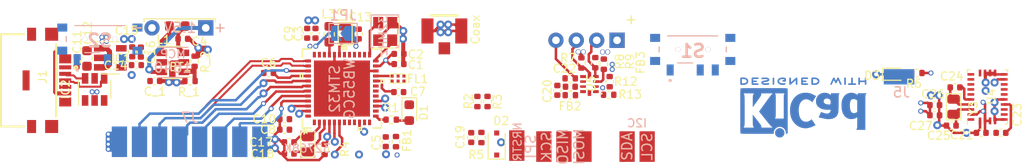
<source format=kicad_pcb>
(kicad_pcb (version 20171130) (host pcbnew 5.1.9-1.fc32)
  (layers (0 F.Cu signal) (1 GND power hide) (2 PWD power hide) (31 B.Cu signal) (34 B.Paste user hide) (35 F.Paste user hide) (36 B.SilkS user hide) (37 F.SilkS user) (38 B.Mask user hide) (39 F.Mask user hide) (44 Edge.Cuts user))
  (net 0 "")
  (net 1 "Net-(C17-Pad1)")
  (net 2 NRST)
  (net 3 +3V3)
  (net 4 +1V5)
  (net 5 "Net-(R_1-Pad2)")
  (net 6 GND)
  (net 7 "Net-(L1-Pad2)")
  (net 8 I2C_SCL)
  (net 9 I2C_SDA)
  (net 10 "Net-(FB3-Pad1)")
  (net 11 BNO055_INT)
  (net 12 "Net-(U4-Pad13)")
  (net 13 "Net-(U4-Pad12)")
  (net 14 "Net-(C24-Pad1)")
  (net 15 "Net-(U4-Pad8)")
  (net 16 "Net-(U4-Pad7)")
  (net 17 "Net-(U4-Pad21)")
  (net 18 "Net-(U4-Pad22)")
  (net 19 "Net-(U4-Pad23)")
  (net 20 "Net-(U4-Pad24)")
  (net 21 "Net-(C25-Pad1)")
  (net 22 "Net-(U4-Pad1)")
  (net 23 RF1)
  (net 24 SPI_MOSI)
  (net 25 SPI_MISO)
  (net 26 LED_BLUE)
  (net 27 SPI_SCK)
  (net 28 "Net-(C14-Pad1)")
  (net 29 "Net-(J1-Pad4)")
  (net 30 +5V)
  (net 31 "Net-(FL1-Pad1)")
  (net 32 "Net-(C19-Pad1)")
  (net 33 BNO055_RESET)
  (net 34 3v3fromUSB)
  (net 35 USB_D+)
  (net 36 USB_D-)
  (net 37 "Net-(C13-Pad1)")
  (net 38 3v3fromBAT)
  (net 39 ADC_ALERT)
  (net 40 GENERAL_PIN_OUT3)
  (net 41 GENERAL_PIN_OUT2)
  (net 42 SYS_JTDO-SWO)
  (net 43 SYS_JTCK-SWCLK)
  (net 44 SYS_JTMS-SWDIO)
  (net 45 "Net-(U2-Pad36)")
  (net 46 "Net-(L3-Pad2)")
  (net 47 "Net-(U2-Pad29)")
  (net 48 "Net-(U2-Pad28)")
  (net 49 "Net-(U2-Pad27)")
  (net 50 "Net-(U2-Pad26)")
  (net 51 "Net-(U2-Pad25)")
  (net 52 "Net-(U2-Pad24)")
  (net 53 "Net-(U2-Pad19)")
  (net 54 "Net-(U2-Pad18)")
  (net 55 "Net-(U2-Pad17)")
  (net 56 GENERAL_PIN_OUT1)
  (net 57 "Net-(U2-Pad12)")
  (net 58 "Net-(U2-Pad11)")
  (net 59 "Net-(U2-Pad9)")
  (net 60 "Net-(R4-Pad1)")
  (net 61 "Net-(C18-Pad1)")
  (net 62 "Net-(C23-Pad1)")
  (net 63 "Net-(C22-Pad2)")
  (net 64 "Net-(U5-Pad7)")
  (net 65 "Net-(R13-Pad1)")
  (net 66 "Net-(D1-Pad2)")
  (net 67 "Net-(J4-Pad4)")
  (net 68 "Net-(J4-Pad3)")
  (net 69 "Net-(J4-Pad2)")
  (net 70 "Net-(L2-Pad2)")
  (net 71 "Net-(C5-Pad1)")
  (net 72 "Net-(S2-PadMP4)")
  (net 73 "Net-(S2-PadMP3)")
  (net 74 "Net-(S2-PadMP2)")
  (net 75 "Net-(S2-PadMP1)")
  (net 76 "Net-(D3-Pad2)")
  (net 77 USB_OD-)
  (net 78 USB_OD+)
  (net 79 "Net-(U2-Pad14)")
  (net 80 "Net-(S1-PadMP4)")
  (net 81 "Net-(S1-PadMP3)")
  (net 82 "Net-(S1-PadMP2)")
  (net 83 "Net-(S1-PadMP1)")
  (net 84 "Net-(S1-Pad3)")
  (module Capacitor_SMD:C_0402_1005Metric (layer F.Cu) (at 86.9823 104.1908 270)
    (fp_text reference C15 (at -2.1336 0.5588) (layer F.SilkS) (effects (font (size 0.8128 0.8128) (thickness 0.127))))
    (fp_text value 100n)
    (pad 1 smd roundrect (at -0.48 0 270) (size 0.56 0.62) (layers F.Cu F.Paste F.Mask) (net 34 3v3fromUSB))
    (pad 2 smd roundrect (at 0.48 0 270) (size 0.56 0.62) (layers F.Cu F.Paste F.Mask) (net 6 GND))
  )
  (module Package_TO_SOT_SMD:SOT-23-5 (layer F.Cu) (at 84.7979 104.7877)
    (fp_text reference IC1 (at 1.0651 0.0263) (layer F.SilkS) (effects (font (size 0.8128 0.8128) (thickness 0.127))))
    (fp_text value LD3985M33R)
    (pad 1 smd rect (at -1.1 -0.95) (size 1.06 0.65) (layers F.Cu F.Paste F.Mask) (net 30 +5V))
    (pad 2 smd rect (at -1.1 0) (size 1.06 0.65) (layers F.Cu F.Paste F.Mask) (net 6 GND))
    (pad 3 smd rect (at -1.1 0.95) (size 1.06 0.65) (layers F.Cu F.Paste F.Mask) (net 30 +5V))
    (pad 4 smd rect (at 1.1 0.95) (size 1.06 0.65) (layers F.Cu F.Paste F.Mask) (net 28 "Net-(C14-Pad1)"))
    (pad 5 smd rect (at 1.1 -0.95) (size 1.06 0.65) (layers F.Cu F.Paste F.Mask) (net 34 3v3fromUSB))
  )
  (module Package_TO_SOT_SMD:SOT-23-6 (layer F.Cu) (at 83.2358 107.9373 90)
    (fp_text reference IC2 (at 0 -2.9 90) (layer F.SilkS) (effects (font (size 0.8128 0.8128) (thickness 0.127))))
    (fp_text value USBLC6-2SC6)
    (pad 1 smd rect (at -1.1 -0.95 90) (size 1.06 0.65) (layers F.Cu F.Paste F.Mask) (net 36 USB_D-))
    (pad 2 smd rect (at -1.1 0 90) (size 1.06 0.65) (layers F.Cu F.Paste F.Mask) (net 6 GND))
    (pad 3 smd rect (at -1.1 0.95 90) (size 1.06 0.65) (layers F.Cu F.Paste F.Mask) (net 35 USB_D+))
    (pad 4 smd rect (at 1.1 0.95 90) (size 1.06 0.65) (layers F.Cu F.Paste F.Mask) (net 78 USB_OD+))
    (pad 6 smd rect (at 1.1 -0.95 90) (size 1.06 0.65) (layers F.Cu F.Paste F.Mask) (net 77 USB_OD-))
    (pad 5 smd rect (at 1.1 0 90) (size 1.06 0.65) (layers F.Cu F.Paste F.Mask) (net 30 +5V))
  )
  (module microUSB:UB-MC5BR3-SDWP604-4S-TF (layer F.Cu) (at 79.4004 107.0356 270)
    (fp_text reference J1 (at -0.3556 1.3462 90) (layer F.SilkS) (effects (font (size 0.8128 0.8128) (thickness 0.127))))
    (fp_text value USB_B_Micro hide)
    (pad 1 smd rect (at -1.3 -0.9 270) (size 0.4 1.2) (layers F.Cu F.Paste F.Mask) (net 30 +5V))
    (pad 2 smd rect (at -0.65 -0.9 270) (size 0.4 1.2) (layers F.Cu F.Paste F.Mask) (net 77 USB_OD-))
    (pad 3 smd rect (at 0 -0.9 270) (size 0.4 1.2) (layers F.Cu F.Paste F.Mask) (net 78 USB_OD+))
    (pad 4 smd rect (at 0.65 -0.9 270) (size 0.4 1.2) (layers F.Cu F.Paste F.Mask) (net 29 "Net-(J1-Pad4)"))
    (pad 5 smd rect (at 1.3 -0.9 270) (size 0.4 1.2) (layers F.Cu F.Paste F.Mask) (net 6 GND))
    (pad 6 smd rect (at -4.6 0.45) (size 1.3 1.3) (layers F.Cu F.Paste F.Mask) (net 6 GND))
    (pad 7 smd rect (at 4.6 0.45) (size 1.3 1.3) (layers F.Cu F.Paste F.Mask))
    (pad 8 smd rect (at -2.15 -0.9 270) (size 0.9 1.2) (layers F.Cu F.Paste F.Mask))
    (pad 9 smd rect (at 2.15 -0.9 270) (size 0.9 1.2) (layers F.Cu F.Paste F.Mask))
    (pad 10 smd rect (at -4.6 2.45) (size 0.9 1.3) (layers F.Cu F.Paste F.Mask))
    (pad 11 smd rect (at 4.6 2.45) (size 0.9 1.3) (layers F.Cu F.Paste F.Mask))
    (pad 12 smd rect (at 0 3) (size 0.7 2) (layers F.Cu F.Paste F.Mask))
  )
  (module Capacitor_SMD:C_0402_1005Metric (layer F.Cu) (at 81.4451 105.1814 90)
    (fp_text reference C11 (at 1.9812 0.0508 90) (layer F.SilkS) (effects (font (size 0.8128 0.8128) (thickness 0.127))))
    (fp_text value 1u)
    (pad 1 smd roundrect (at -0.48 0 90) (size 0.56 0.62) (layers F.Cu F.Paste F.Mask) (net 30 +5V))
    (pad 2 smd roundrect (at 0.48 0 90) (size 0.56 0.62) (layers F.Cu F.Paste F.Mask) (net 6 GND))
  )
  (module Capacitor_SMD:C_0603_1608Metric (layer F.Cu) (at 82.4738 104.8512 90)
    (fp_text reference C12 (at 2.5518 0.0618 90) (layer F.SilkS) (effects (font (size 0.8128 0.8128) (thickness 0.127))))
    (fp_text value 100n)
    (pad 1 smd roundrect (at -0.775 0 90) (size 0.9 0.95) (layers F.Cu F.Paste F.Mask) (net 30 +5V))
    (pad 2 smd roundrect (at 0.775 0 90) (size 0.9 0.95) (layers F.Cu F.Paste F.Mask) (net 6 GND))
  )
  (module Capacitor_SMD:C_0402_1005Metric (layer F.Cu) (at 87.4014 105.5116)
    (fp_text reference C14 (at -2.0736 0.0364) (layer F.SilkS) (effects (font (size 0.8128 0.8128) (thickness 0.127))))
    (fp_text value 10n)
    (pad 1 smd roundrect (at -0.48 0) (size 0.56 0.62) (layers F.Cu F.Paste F.Mask) (net 28 "Net-(C14-Pad1)"))
    (pad 2 smd roundrect (at 0.48 0) (size 0.56 0.62) (layers F.Cu F.Paste F.Mask) (net 6 GND))
  )
  (module Capacitor_SMD:C_0402_1005Metric (layer F.Cu) (at 87.8459 104.2162 270)
    (fp_text reference C16 (at 0.0127 -1.0033 90) (layer F.SilkS) (effects (font (size 0.8128 0.8128) (thickness 0.127))))
    (fp_text value 1u)
    (pad 1 smd roundrect (at -0.48 0 270) (size 0.56 0.62) (layers F.Cu F.Paste F.Mask) (net 34 3v3fromUSB))
    (pad 2 smd roundrect (at 0.48 0 270) (size 0.56 0.62) (layers F.Cu F.Paste F.Mask) (net 6 GND))
  )
  (module 0Pretty:pin_02 (layer F.Cu) (at 137.332 113.637 180)
    (fp_text reference I2C (at 0.0069 2.3342) (layer B.SilkS) (effects (font (size 0.8128 0.8128) (thickness 0.127)) (justify mirror)))
    (fp_text value Conn_01x02_Male)
    (fp_text user SDA (at 1 0 90) (layer B.SilkS))
    (fp_text user SCL (at -1 0 90) (layer B.SilkS) (effects (justify mirror)))
    (pad 1 connect rect (at -1 0 180) (size 1.524 3.048) (layers F.Cu F.Mask) (net 8 I2C_SCL))
    (pad 2 connect rect (at 1 0 180) (size 1.524 3.048) (layers F.Cu F.Mask) (net 9 I2C_SDA))
  )
  (module 0Pretty:pin_03 (layer F.Cu) (at 130.032 113.637 180)
    (fp_text reference J2 hide)
    (fp_text value Conn_01x05_Male)
    (fp_text user "SPI\nSCK\nMISO\nMOSI" (at 0.9 0 270) (layer B.SilkS) (effects (justify mirror)))
    (pad 2 connect rect (at 0 0 180) (size 1.524 3.048) (layers F.Cu F.Mask) (net 25 SPI_MISO))
    (pad 3 connect rect (at 2 0 180) (size 1.524 3.048) (layers F.Cu F.Mask) (net 27 SPI_SCK))
    (pad 1 connect rect (at -2 0 180) (size 1.524 3.048) (layers F.Cu F.Mask) (net 24 SPI_MOSI))
  )
  (module 0Pretty:battery_connector_narrow (layer F.Cu) (at 91.6559 102.6922 180)
    (fp_text reference BT1 (at -0.127 -3) (layer F.SilkS) (effects (font (size 0.8128 0.8128) (thickness 0.127))))
    (fp_text value Battery_Cell)
    (fp_text user 1.5V (at -0.1 0.9) (layer B.SilkS) (effects (justify mirror)))
    (fp_text user - (at 4.1783 0.9652 180) (layer B.SilkS) (effects (justify mirror)))
    (fp_text user + (at -4.0894 0.9525) (layer B.SilkS) (effects (justify mirror)))
    (pad 2 thru_hole circle (at 2.7 0.889 180) (size 1.524 1.524) (drill 0.762) (layers *.Cu *.Mask) (net 6 GND))
    (pad 1 thru_hole rect (at -2.659 0.889 180) (size 1.524 1.524) (drill 0.762) (layers *.Cu *.Mask) (net 4 +1V5))
  )
  (module 0Pretty:Crystal_2012_custom (layer F.Cu) (at 104.4765 113.411 90)
    (fp_text reference 32768K (at -0.4064 -0.0444 180) (layer B.SilkS) (effects (font (size 0.8128 0.8128) (thickness 0.127)) (justify mirror)))
    (fp_text value NX2012SA-32768K)
    (pad 1 smd roundrect (at -0.75 0.02 90) (size 0.9 1.25) (layers F.Cu F.Paste F.Mask) (net 61 "Net-(C18-Pad1)"))
    (pad 2 smd roundrect (at 0.75 0.02 90) (size 0.9 1.25) (layers F.Cu F.Paste F.Mask) (net 1 "Net-(C17-Pad1)"))
  )
  (module Crystal:Crystal_SMD_2520-4Pin_2.5x2.0mm (layer F.Cu) (at 112.21 102.153 90)
    (fp_text reference 32MHz (at -0.43 -0.2 90) (layer B.SilkS) (effects (font (size 0.8128 0.8128) (thickness 0.127)) (justify mirror)))
    (fp_text value NX2520SA-32MHz)
    (pad 1 smd rect (at -0.875 0.7 90) (size 1.15 1) (layers F.Cu F.Paste F.Mask) (net 52 "Net-(U2-Pad24)"))
    (pad 2 smd rect (at 0.875 0.7 90) (size 1.15 1) (layers F.Cu F.Paste F.Mask) (net 6 GND))
    (pad 3 smd rect (at 0.875 -0.7 90) (size 1.15 1) (layers F.Cu F.Paste F.Mask) (net 51 "Net-(U2-Pad25)"))
    (pad 4 smd rect (at -0.875 -0.7 90) (size 1.15 1) (layers F.Cu F.Paste F.Mask) (net 6 GND))
  )
  (module Package_TO_SOT_SMD:SOT-23-6 (layer F.Cu) (at 91.0325 105.2404)
    (fp_text reference MCP (at 0 -0.83) (layer B.SilkS) (effects (font (size 0.8128 0.8128) (thickness 0.127)) (justify mirror)))
    (fp_text value MCP1640CCH)
    (fp_text user 1640 (at 0 0.52) (layer B.SilkS) (effects (justify mirror)))
    (pad 1 smd rect (at -1.1 -0.95) (size 1.06 0.65) (layers F.Cu F.Paste F.Mask) (net 7 "Net-(L1-Pad2)"))
    (pad 2 smd rect (at -1.1 0) (size 1.06 0.65) (layers F.Cu F.Paste F.Mask) (net 6 GND))
    (pad 3 smd rect (at -1.1 0.95) (size 1.06 0.65) (layers F.Cu F.Paste F.Mask) (net 4 +1V5))
    (pad 4 smd rect (at 1.1 0.95) (size 1.06 0.65) (layers F.Cu F.Paste F.Mask) (net 5 "Net-(R_1-Pad2)"))
    (pad 6 smd rect (at 1.1 -0.95) (size 1.06 0.65) (layers F.Cu F.Paste F.Mask) (net 4 +1V5))
    (pad 5 smd rect (at 1.1 0) (size 1.06 0.65) (layers F.Cu F.Paste F.Mask) (net 38 3v3fromBAT))
  )
  (module ST32_3D:STM32WB55CGU7 (layer F.Cu) (at 107.8992 107.8484 90)
    (fp_text reference U2 hide)
    (fp_text value STM32 (at -0.04 -0.72 90) (layer B.SilkS) (effects (justify mirror)))
    (fp_text user WB55CG (at -0.01 0.75 90) (layer B.SilkS) (effects (justify mirror)))
    (fp_text user * (at -4.289399 -3.381756 90) (layer F.SilkS))
    (fp_text user * (at -4.289399 -3.381756 90) (layer F.SilkS))
    (pad 49 smd rect (at 0 0 90) (size 5.588 5.588) (layers F.Cu F.Paste F.Mask) (net 6 GND))
    (pad 48 smd rect (at -2.750693 -3.375 90) (size 0.3048 0.5588) (layers F.Cu F.Paste F.Mask) (net 3 +3V3))
    (pad 47 smd rect (at -2.250567 -3.375 90) (size 0.3048 0.5588) (layers F.Cu F.Paste F.Mask) (net 11 BNO055_INT))
    (pad 46 smd rect (at -1.750441 -3.375 90) (size 0.3048 0.5588) (layers F.Cu F.Paste F.Mask) (net 39 ADC_ALERT))
    (pad 45 smd rect (at -1.250315 -3.375 90) (size 0.3048 0.5588) (layers F.Cu F.Paste F.Mask) (net 40 GENERAL_PIN_OUT3))
    (pad 44 smd rect (at -0.750189 -3.375 90) (size 0.3048 0.5588) (layers F.Cu F.Paste F.Mask) (net 41 GENERAL_PIN_OUT2))
    (pad 43 smd rect (at -0.250063 -3.375 90) (size 0.3048 0.5588) (layers F.Cu F.Paste F.Mask) (net 42 SYS_JTDO-SWO))
    (pad 42 smd rect (at 0.250063 -3.375 90) (size 0.3048 0.5588) (layers F.Cu F.Paste F.Mask) (net 56 GENERAL_PIN_OUT1))
    (pad 41 smd rect (at 0.750189 -3.375 90) (size 0.3048 0.5588) (layers F.Cu F.Paste F.Mask) (net 43 SYS_JTCK-SWCLK))
    (pad 40 smd rect (at 1.250315 -3.375 90) (size 0.3048 0.5588) (layers F.Cu F.Paste F.Mask) (net 3 +3V3))
    (pad 39 smd rect (at 1.750441 -3.375 90) (size 0.3048 0.5588) (layers F.Cu F.Paste F.Mask) (net 44 SYS_JTMS-SWDIO))
    (pad 38 smd rect (at 2.250567 -3.375 90) (size 0.3048 0.5588) (layers F.Cu F.Paste F.Mask) (net 35 USB_D+))
    (pad 37 smd rect (at 2.750693 -3.375 90) (size 0.3048 0.5588) (layers F.Cu F.Paste F.Mask) (net 36 USB_D-))
    (pad 36 smd rect (at 3.375 -2.750693 180) (size 0.3048 0.5588) (layers F.Cu F.Paste F.Mask) (net 45 "Net-(U2-Pad36)"))
    (pad 35 smd rect (at 3.375 -2.250567 180) (size 0.3048 0.5588) (layers F.Cu F.Paste F.Mask) (net 3 +3V3))
    (pad 34 smd rect (at 3.375 -1.750441 180) (size 0.3048 0.5588) (layers F.Cu F.Paste F.Mask) (net 3 +3V3))
    (pad 33 smd rect (at 3.375 -1.250315 180) (size 0.3048 0.5588) (layers F.Cu F.Paste F.Mask) (net 46 "Net-(L3-Pad2)"))
    (pad 32 smd rect (at 3.375 -0.750189 180) (size 0.3048 0.5588) (layers F.Cu F.Paste F.Mask) (net 6 GND))
    (pad 31 smd rect (at 3.375 -0.250063 180) (size 0.3048 0.5588) (layers F.Cu F.Paste F.Mask) (net 37 "Net-(C13-Pad1)"))
    (pad 30 smd rect (at 3.375 0.250063 180) (size 0.3048 0.5588) (layers F.Cu F.Paste F.Mask))
    (pad 29 smd rect (at 3.375 0.750189 180) (size 0.3048 0.5588) (layers F.Cu F.Paste F.Mask) (net 47 "Net-(U2-Pad29)"))
    (pad 28 smd rect (at 3.375 1.250315 180) (size 0.3048 0.5588) (layers F.Cu F.Paste F.Mask) (net 48 "Net-(U2-Pad28)"))
    (pad 27 smd rect (at 3.375 1.750441 180) (size 0.3048 0.5588) (layers F.Cu F.Paste F.Mask) (net 49 "Net-(U2-Pad27)"))
    (pad 26 smd rect (at 3.375 2.250567 180) (size 0.3048 0.5588) (layers F.Cu F.Paste F.Mask) (net 50 "Net-(U2-Pad26)"))
    (pad 25 smd rect (at 3.375 2.750693 180) (size 0.3048 0.5588) (layers F.Cu F.Paste F.Mask) (net 51 "Net-(U2-Pad25)"))
    (pad 24 smd rect (at 2.750693 3.375 90) (size 0.3048 0.5588) (layers F.Cu F.Paste F.Mask) (net 52 "Net-(U2-Pad24)"))
    (pad 23 smd rect (at 2.250567 3.375 90) (size 0.3048 0.5588) (layers F.Cu F.Paste F.Mask) (net 3 +3V3))
    (pad 22 smd rect (at 1.750441 3.375 90) (size 0.3048 0.5588) (layers F.Cu F.Paste F.Mask) (net 6 GND))
    (pad 21 smd rect (at 1.250315 3.375 90) (size 0.3048 0.5588) (layers F.Cu F.Paste F.Mask) (net 23 RF1))
    (pad 20 smd rect (at 0.750189 3.375 90) (size 0.3048 0.5588) (layers F.Cu F.Paste F.Mask) (net 3 +3V3))
    (pad 19 smd rect (at 0.250063 3.375 90) (size 0.3048 0.5588) (layers F.Cu F.Paste F.Mask) (net 53 "Net-(U2-Pad19)"))
    (pad 18 smd rect (at -0.250063 3.375 90) (size 0.3048 0.5588) (layers F.Cu F.Paste F.Mask) (net 54 "Net-(U2-Pad18)"))
    (pad 17 smd rect (at -0.750189 3.375 90) (size 0.3048 0.5588) (layers F.Cu F.Paste F.Mask) (net 55 "Net-(U2-Pad17)"))
    (pad 16 smd rect (at -1.250315 3.375 90) (size 0.3048 0.5588) (layers F.Cu F.Paste F.Mask) (net 24 SPI_MOSI))
    (pad 15 smd rect (at -1.750441 3.375 90) (size 0.3048 0.5588) (layers F.Cu F.Paste F.Mask) (net 25 SPI_MISO))
    (pad 14 smd rect (at -2.250567 3.375 90) (size 0.3048 0.5588) (layers F.Cu F.Paste F.Mask) (net 79 "Net-(U2-Pad14)"))
    (pad 13 smd rect (at -2.750693 3.375 90) (size 0.3048 0.5588) (layers F.Cu F.Paste F.Mask) (net 26 LED_BLUE))
    (pad 12 smd rect (at -3.375 2.750693 180) (size 0.3048 0.5588) (layers F.Cu F.Paste F.Mask) (net 57 "Net-(U2-Pad12)"))
    (pad 11 smd rect (at -3.375 2.250567 180) (size 0.3048 0.5588) (layers F.Cu F.Paste F.Mask) (net 58 "Net-(U2-Pad11)"))
    (pad 10 smd rect (at -3.375 1.750441 180) (size 0.3048 0.5588) (layers F.Cu F.Paste F.Mask) (net 27 SPI_SCK))
    (pad 9 smd rect (at -3.375 1.250315 180) (size 0.3048 0.5588) (layers F.Cu F.Paste F.Mask) (net 59 "Net-(U2-Pad9)"))
    (pad 8 smd rect (at -3.375 0.750189 180) (size 0.3048 0.5588) (layers F.Cu F.Paste F.Mask) (net 71 "Net-(C5-Pad1)"))
    (pad 7 smd rect (at -3.375 0.250063 180) (size 0.3048 0.5588) (layers F.Cu F.Paste F.Mask) (net 32 "Net-(C19-Pad1)"))
    (pad 6 smd rect (at -3.375 -0.250063 180) (size 0.3048 0.5588) (layers F.Cu F.Paste F.Mask) (net 9 I2C_SDA))
    (pad 5 smd rect (at -3.375 -0.750189 180) (size 0.3048 0.5588) (layers F.Cu F.Paste F.Mask) (net 8 I2C_SCL))
    (pad 4 smd rect (at -3.375 -1.250315 180) (size 0.3048 0.5588) (layers F.Cu F.Paste F.Mask) (net 60 "Net-(R4-Pad1)"))
    (pad 3 smd rect (at -3.375 -1.750441 180) (size 0.3048 0.5588) (layers F.Cu F.Paste F.Mask) (net 61 "Net-(C18-Pad1)"))
    (pad 2 smd rect (at -3.375 -2.250567 180) (size 0.3048 0.5588) (layers F.Cu F.Paste F.Mask) (net 1 "Net-(C17-Pad1)"))
    (pad 1 smd rect (at -3.375 -2.750693 180) (size 0.3048 0.5588) (layers F.Cu F.Paste F.Mask) (net 3 +3V3))
  )
  (module Symbol:KiCad-Logo2_5mm_Copper (layer B.Cu) (at 153.8986 109.7534)
    (fp_text reference N1 hide)
    (fp_text value Housing hide)
    (fp_poly (pts (xy 6.228823 -2.274533) (xy 6.260202 -2.296776) (xy 6.287911 -2.324485) (xy 6.287911 -2.63392) (xy 6.287838 -2.725799) (xy 6.287495 -2.79784) (xy 6.286692 -2.85278) (xy 6.285241 -2.89336) (xy 6.282952 -2.922317) (xy 6.279636 -2.942391) (xy 6.275105 -2.956321) (xy 6.269169 -2.966845) (xy 6.264514 -2.9731) (xy 6.233783 -2.997673) (xy 6.198496 -3.000341) (xy 6.166245 -2.985271) (xy 6.155588 -2.976374) (xy 6.148464 -2.964557) (xy 6.144167 -2.945526) (xy 6.141991 -2.914992) (xy 6.141228 -2.868662) (xy 6.141155 -2.832871) (xy 6.141155 -2.698045) (xy 5.644444 -2.698045) (xy 5.644444 -2.8207) (xy 5.643931 -2.876787) (xy 5.641876 -2.915333) (xy 5.637508 -2.941361) (xy 5.630056 -2.959897) (xy 5.621047 -2.9731) (xy 5.590144 -2.997604) (xy 5.555196 -3.000506) (xy 5.521738 -2.983089) (xy 5.512604 -2.973959) (xy 5.506152 -2.961855) (xy 5.501897 -2.943001) (xy 5.499352 -2.91362) (xy 5.498029 -2.869937) (xy 5.497443 -2.808175) (xy 5.497375 -2.794) (xy 5.496891 -2.677631) (xy 5.496641 -2.581727) (xy 5.496723 -2.504177) (xy 5.497231 -2.442869) (xy 5.498262 -2.39569) (xy 5.499913 -2.36053) (xy 5.502279 -2.335276) (xy 5.505457 -2.317817) (xy 5.509544 -2.306041) (xy 5.514634 -2.297835) (xy 5.520266 -2.291645) (xy 5.552128 -2.271844) (xy 5.585357 -2.274533) (xy 5.616735 -2.296776) (xy 5.629433 -2.311126) (xy 5.637526 -2.326978) (xy 5.642042 -2.349554) (xy 5.644006 -2.384078) (xy 5.644444 -2.435776) (xy 5.644444 -2.551289) (xy 6.141155 -2.551289) (xy 6.141155 -2.432756) (xy 6.141662 -2.378148) (xy 6.143698 -2.341275) (xy 6.148035 -2.317307) (xy 6.155447 -2.301415) (xy 6.163733 -2.291645) (xy 6.195594 -2.271844) (xy 6.228823 -2.274533)) (layer B.Cu) (width 0.01))
    (fp_poly (pts (xy 4.963065 -2.269163) (xy 5.041772 -2.269542) (xy 5.102863 -2.270333) (xy 5.148817 -2.27167) (xy 5.182114 -2.273683) (xy 5.205236 -2.276506) (xy 5.220662 -2.280269) (xy 5.230871 -2.285105) (xy 5.235813 -2.288822) (xy 5.261457 -2.321358) (xy 5.264559 -2.355138) (xy 5.248711 -2.385826) (xy 5.238348 -2.398089) (xy 5.227196 -2.40645) (xy 5.211035 -2.411657) (xy 5.185642 -2.414457) (xy 5.146798 -2.415596) (xy 5.09028 -2.415821) (xy 5.07918 -2.415822) (xy 4.933244 -2.415822) (xy 4.933244 -2.686756) (xy 4.933148 -2.772154) (xy 4.932711 -2.837864) (xy 4.931712 -2.886774) (xy 4.929928 -2.921773) (xy 4.927137 -2.945749) (xy 4.923117 -2.961593) (xy 4.917645 -2.972191) (xy 4.910666 -2.980267) (xy 4.877734 -3.000112) (xy 4.843354 -2.998548) (xy 4.812176 -2.975906) (xy 4.809886 -2.9731) (xy 4.802429 -2.962492) (xy 4.796747 -2.950081) (xy 4.792601 -2.93285) (xy 4.78975 -2.907784) (xy 4.787954 -2.871867) (xy 4.786972 -2.822083) (xy 4.786564 -2.755417) (xy 4.786489 -2.679589) (xy 4.786489 -2.415822) (xy 4.647127 -2.415822) (xy 4.587322 -2.415418) (xy 4.545918 -2.41384) (xy 4.518748 -2.410547) (xy 4.501646 -2.404992) (xy 4.490443 -2.396631) (xy 4.489083 -2.395178) (xy 4.472725 -2.361939) (xy 4.474172 -2.324362) (xy 4.492978 -2.291645) (xy 4.50025 -2.285298) (xy 4.509627 -2.280266) (xy 4.523609 -2.276396) (xy 4.544696 -2.273537) (xy 4.575389 -2.271535) (xy 4.618189 -2.270239) (xy 4.675595 -2.269498) (xy 4.75011 -2.269158) (xy 4.844233 -2.269068) (xy 4.86426 -2.269067) (xy 4.963065 -2.269163)) (layer B.Cu) (width 0.01))
    (fp_poly (pts (xy 4.188614 -2.275877) (xy 4.212327 -2.290647) (xy 4.238978 -2.312227) (xy 4.238978 -2.633773) (xy 4.238893 -2.72783) (xy 4.238529 -2.801932) (xy 4.237724 -2.858704) (xy 4.236313 -2.900768) (xy 4.234133 -2.930748) (xy 4.231021 -2.951267) (xy 4.226814 -2.964949) (xy 4.221348 -2.974416) (xy 4.217472 -2.979082) (xy 4.186034 -2.999575) (xy 4.150233 -2.998739) (xy 4.118873 -2.981264) (xy 4.092222 -2.959684) (xy 4.092222 -2.312227) (xy 4.118873 -2.290647) (xy 4.144594 -2.274949) (xy 4.1656 -2.269067) (xy 4.188614 -2.275877)) (layer B.Cu) (width 0.01))
    (fp_poly (pts (xy 3.744665 -2.271034) (xy 3.764255 -2.278035) (xy 3.76501 -2.278377) (xy 3.791613 -2.298678) (xy 3.80627 -2.319561) (xy 3.809138 -2.329352) (xy 3.808996 -2.342361) (xy 3.804961 -2.360895) (xy 3.796146 -2.387257) (xy 3.781669 -2.423752) (xy 3.760645 -2.472687) (xy 3.732188 -2.536365) (xy 3.695415 -2.617093) (xy 3.675175 -2.661216) (xy 3.638625 -2.739985) (xy 3.604315 -2.812423) (xy 3.573552 -2.87588) (xy 3.547648 -2.927708) (xy 3.52791 -2.965259) (xy 3.51565 -2.985884) (xy 3.513224 -2.988733) (xy 3.482183 -3.001302) (xy 3.447121 -2.999619) (xy 3.419 -2.984332) (xy 3.417854 -2.983089) (xy 3.406668 -2.966154) (xy 3.387904 -2.93317) (xy 3.363875 -2.88838) (xy 3.336897 -2.836032) (xy 3.327201 -2.816742) (xy 3.254014 -2.67015) (xy 3.17424 -2.829393) (xy 3.145767 -2.884415) (xy 3.11935 -2.932132) (xy 3.097148 -2.968893) (xy 3.081319 -2.991044) (xy 3.075954 -2.995741) (xy 3.034257 -3.002102) (xy 2.999849 -2.988733) (xy 2.989728 -2.974446) (xy 2.972214 -2.942692) (xy 2.948735 -2.896597) (xy 2.92072 -2.839285) (xy 2.889599 -2.77388) (xy 2.856799 -2.703507) (xy 2.82375 -2.631291) (xy 2.791881 -2.560355) (xy 2.762619 -2.493825) (xy 2.737395 -2.434826) (xy 2.717636 -2.386481) (xy 2.704772 -2.351915) (xy 2.700231 -2.334253) (xy 2.700277 -2.333613) (xy 2.711326 -2.311388) (xy 2.73341 -2.288753) (xy 2.73471 -2.287768) (xy 2.761853 -2.272425) (xy 2.786958 -2.272574) (xy 2.796368 -2.275466) (xy 2.807834 -2.281718) (xy 2.82001 -2.294014) (xy 2.834357 -2.314908) (xy 2.852336 -2.346949) (xy 2.875407 -2.392688) (xy 2.90503 -2.454677) (xy 2.931745 -2.511898) (xy 2.96248 -2.578226) (xy 2.990021 -2.637874) (xy 3.012938 -2.687725) (xy 3.029798 -2.724664) (xy 3.039173 -2.745573) (xy 3.04054 -2.748845) (xy 3.046689 -2.743497) (xy 3.060822 -2.721109) (xy 3.081057 -2.684946) (xy 3.105515 -2.638277) (xy 3.115248 -2.619022) (xy 3.148217 -2.554004) (xy 3.173643 -2.506654) (xy 3.193612 -2.474219) (xy 3.21021 -2.453946) (xy 3.225524 -2.443082) (xy 3.24164 -2.438875) (xy 3.252143 -2.4384) (xy 3.27067 -2.440042) (xy 3.286904 -2.446831) (xy 3.303035 -2.461566) (xy 3.321251 -2.487044) (xy 3.343739 -2.526061) (xy 3.372689 -2.581414) (xy 3.388662 -2.612903) (xy 3.41457 -2.663087) (xy 3.437167 -2.704704) (xy 3.454458 -2.734242) (xy 3.46445 -2.748189) (xy 3.465809 -2.74877) (xy 3.472261 -2.737793) (xy 3.486708 -2.70929) (xy 3.507703 -2.666244) (xy 3.533797 -2.611638) (xy 3.563546 -2.548454) (xy 3.57818 -2.517071) (xy 3.61625 -2.436078) (xy 3.646905 -2.373756) (xy 3.671737 -2.328071) (xy 3.692337 -2.296989) (xy 3.710298 -2.278478) (xy 3.72721 -2.270504) (xy 3.744665 -2.271034)) (layer B.Cu) (width 0.01))
    (fp_poly (pts (xy 1.018309 -2.269275) (xy 1.147288 -2.273636) (xy 1.256991 -2.286861) (xy 1.349226 -2.309741) (xy 1.425802 -2.34307) (xy 1.488527 -2.387638) (xy 1.539212 -2.444236) (xy 1.579663 -2.513658) (xy 1.580459 -2.515351) (xy 1.604601 -2.577483) (xy 1.613203 -2.632509) (xy 1.606231 -2.687887) (xy 1.583654 -2.751073) (xy 1.579372 -2.760689) (xy 1.550172 -2.816966) (xy 1.517356 -2.860451) (xy 1.475002 -2.897417) (xy 1.41719 -2.934135) (xy 1.413831 -2.936052) (xy 1.363504 -2.960227) (xy 1.306621 -2.978282) (xy 1.239527 -2.990839) (xy 1.158565 -2.998522) (xy 1.060082 -3.001953) (xy 1.025286 -3.002251) (xy 0.859594 -3.002845) (xy 0.836197 -2.9731) (xy 0.829257 -2.963319) (xy 0.823842 -2.951897) (xy 0.819765 -2.936095) (xy 0.816837 -2.913175) (xy 0.814867 -2.880396) (xy 0.814225 -2.856089) (xy 0.970844 -2.856089) (xy 1.064726 -2.856089) (xy 1.119664 -2.854483) (xy 1.17606 -2.850255) (xy 1.222345 -2.844292) (xy 1.225139 -2.84379) (xy 1.307348 -2.821736) (xy 1.371114 -2.7886) (xy 1.418452 -2.742847) (xy 1.451382 -2.682939) (xy 1.457108 -2.667061) (xy 1.462721 -2.642333) (xy 1.460291 -2.617902) (xy 1.448467 -2.5854) (xy 1.44134 -2.569434) (xy 1.418 -2.527006) (xy 1.38988 -2.49724) (xy 1.35894 -2.476511) (xy 1.296966 -2.449537) (xy 1.217651 -2.429998) (xy 1.125253 -2.418746) (xy 1.058333 -2.41627) (xy 0.970844 -2.415822) (xy 0.970844 -2.856089) (xy 0.814225 -2.856089) (xy 0.813668 -2.835021) (xy 0.81305 -2.774311) (xy 0.812825 -2.695526) (xy 0.8128 -2.63392) (xy 0.8128 -2.324485) (xy 0.840509 -2.296776) (xy 0.852806 -2.285544) (xy 0.866103 -2.277853) (xy 0.884672 -2.27304) (xy 0.912786 -2.270446) (xy 0.954717 -2.26941) (xy 1.014737 -2.26927) (xy 1.018309 -2.269275)) (layer B.Cu) (width 0.01))
    (fp_poly (pts (xy 0.230343 -2.26926) (xy 0.306701 -2.270174) (xy 0.365217 -2.272311) (xy 0.408255 -2.276175) (xy 0.438183 -2.282267) (xy 0.457368 -2.29109) (xy 0.468176 -2.303146) (xy 0.472973 -2.318939) (xy 0.474127 -2.33897) (xy 0.474133 -2.341335) (xy 0.473131 -2.363992) (xy 0.468396 -2.381503) (xy 0.457333 -2.394574) (xy 0.437348 -2.403913) (xy 0.405846 -2.410227) (xy 0.360232 -2.414222) (xy 0.297913 -2.416606) (xy 0.216293 -2.418086) (xy 0.191277 -2.418414) (xy -0.0508 -2.421467) (xy -0.054186 -2.486378) (xy -0.057571 -2.551289) (xy 0.110576 -2.551289) (xy 0.176266 -2.551531) (xy 0.223172 -2.552556) (xy 0.255083 -2.554811) (xy 0.275791 -2.558742) (xy 0.289084 -2.564798) (xy 0.298755 -2.573424) (xy 0.298817 -2.573493) (xy 0.316356 -2.607112) (xy 0.315722 -2.643448) (xy 0.297314 -2.674423) (xy 0.293671 -2.677607) (xy 0.280741 -2.685812) (xy 0.263024 -2.691521) (xy 0.23657 -2.695162) (xy 0.197432 -2.697167) (xy 0.141662 -2.697964) (xy 0.105994 -2.698045) (xy -0.056445 -2.698045) (xy -0.056445 -2.856089) (xy 0.190161 -2.856089) (xy 0.27158 -2.856231) (xy 0.33341 -2.856814) (xy 0.378637 -2.858068) (xy 0.410248 -2.860227) (xy 0.431231 -2.863523) (xy 0.444573 -2.868189) (xy 0.453261 -2.874457) (xy 0.45545 -2.876733) (xy 0.471614 -2.90828) (xy 0.472797 -2.944168) (xy 0.459536 -2.975285) (xy 0.449043 -2.985271) (xy 0.438129 -2.990769) (xy 0.421217 -2.995022) (xy 0.395633 -2.99818) (xy 0.358701 -3.000392) (xy 0.307746 -3.001806) (xy 0.240094 -3.002572) (xy 0.153069 -3.002838) (xy 0.133394 -3.002845) (xy 0.044911 -3.002787) (xy -0.023773 -3.002467) (xy -0.075436 -3.001667) (xy -0.112855 -3.000167) (xy -0.13881 -2.997749) (xy -0.156078 -2.994194) (xy -0.167438 -2.989282) (xy -0.175668 -2.982795) (xy -0.180183 -2.978138) (xy -0.186979 -2.969889) (xy -0.192288 -2.959669) (xy -0.196294 -2.9448) (xy -0.199179 -2.922602) (xy -0.201126 -2.890393) (xy -0.202319 -2.845496) (xy -0.202939 -2.785228) (xy -0.203171 -2.706911) (xy -0.2032 -2.640994) (xy -0.203129 -2.548628) (xy -0.202792 -2.476117) (xy -0.202002 -2.420737) (xy -0.200574 -2.379765) (xy -0.198321 -2.350478) (xy -0.195057 -2.330153) (xy -0.190596 -2.316066) (xy -0.184752 -2.305495) (xy -0.179803 -2.298811) (xy -0.156406 -2.269067) (xy 0.133774 -2.269067) (xy 0.230343 -2.26926)) (layer B.Cu) (width 0.01))
    (fp_poly (pts (xy -1.300114 -2.273448) (xy -1.276548 -2.287273) (xy -1.245735 -2.309881) (xy -1.206078 -2.342338) (xy -1.15598 -2.385708) (xy -1.093843 -2.441058) (xy -1.018072 -2.509451) (xy -0.931334 -2.588084) (xy -0.750711 -2.751878) (xy -0.745067 -2.532029) (xy -0.743029 -2.456351) (xy -0.741063 -2.399994) (xy -0.738734 -2.359706) (xy -0.735606 -2.332235) (xy -0.731245 -2.314329) (xy -0.725216 -2.302737) (xy -0.717084 -2.294208) (xy -0.712772 -2.290623) (xy -0.678241 -2.27167) (xy -0.645383 -2.274441) (xy -0.619318 -2.290633) (xy -0.592667 -2.312199) (xy -0.589352 -2.627151) (xy -0.588435 -2.719779) (xy -0.587968 -2.792544) (xy -0.588113 -2.848161) (xy -0.589032 -2.889342) (xy -0.590887 -2.918803) (xy -0.593839 -2.939255) (xy -0.59805 -2.953413) (xy -0.603682 -2.963991) (xy -0.609927 -2.972474) (xy -0.623439 -2.988207) (xy -0.636883 -2.998636) (xy -0.652124 -3.002639) (xy -0.671026 -2.999094) (xy -0.695455 -2.986879) (xy -0.727273 -2.964871) (xy -0.768348 -2.931949) (xy -0.820542 -2.886991) (xy -0.885722 -2.828875) (xy -0.959556 -2.762099) (xy -1.224845 -2.521458) (xy -1.230489 -2.740589) (xy -1.232531 -2.816128) (xy -1.234502 -2.872354) (xy -1.236839 -2.912524) (xy -1.239981 -2.939896) (xy -1.244364 -2.957728) (xy -1.250424 -2.969279) (xy -1.2586 -2.977807) (xy -1.262784 -2.981282) (xy -1.299765 -3.000372) (xy -1.334708 -2.997493) (xy -1.365136 -2.9731) (xy -1.372097 -2.963286) (xy -1.377523 -2.951826) (xy -1.381603 -2.935968) (xy -1.384529 -2.912963) (xy -1.386492 -2.880062) (xy -1.387683 -2.834516) (xy -1.388292 -2.773573) (xy -1.388511 -2.694486) (xy -1.388534 -2.635956) (xy -1.38846 -2.544407) (xy -1.388113 -2.472687) (xy -1.387301 -2.418045) (xy -1.385833 -2.377732) (xy -1.383519 -2.348998) (xy -1.380167 -2.329093) (xy -1.375588 -2.315268) (xy -1.369589 -2.304772) (xy -1.365136 -2.298811) (xy -1.35385 -2.284691) (xy -1.343301 -2.274029) (xy -1.331893 -2.267892) (xy -1.31803 -2.267343) (xy -1.300114 -2.273448)) (layer B.Cu) (width 0.01))
    (fp_poly (pts (xy -1.950081 -2.274599) (xy -1.881565 -2.286095) (xy -1.828943 -2.303967) (xy -1.794708 -2.327499) (xy -1.785379 -2.340924) (xy -1.775893 -2.372148) (xy -1.782277 -2.400395) (xy -1.80243 -2.427182) (xy -1.833745 -2.439713) (xy -1.879183 -2.438696) (xy -1.914326 -2.431906) (xy -1.992419 -2.418971) (xy -2.072226 -2.417742) (xy -2.161555 -2.428241) (xy -2.186229 -2.43269) (xy -2.269291 -2.456108) (xy -2.334273 -2.490945) (xy -2.380461 -2.536604) (xy -2.407145 -2.592494) (xy -2.412663 -2.621388) (xy -2.409051 -2.680012) (xy -2.385729 -2.731879) (xy -2.344824 -2.775978) (xy -2.288459 -2.811299) (xy -2.21876 -2.836829) (xy -2.137852 -2.851559) (xy -2.04786 -2.854478) (xy -1.95091 -2.844575) (xy -1.945436 -2.843641) (xy -1.906875 -2.836459) (xy -1.885494 -2.829521) (xy -1.876227 -2.819227) (xy -1.874006 -2.801976) (xy -1.873956 -2.792841) (xy -1.873956 -2.754489) (xy -1.942431 -2.754489) (xy -2.0029 -2.750347) (xy -2.044165 -2.737147) (xy -2.068175 -2.71373) (xy -2.076877 -2.678936) (xy -2.076983 -2.674394) (xy -2.071892 -2.644654) (xy -2.054433 -2.623419) (xy -2.021939 -2.609366) (xy -1.971743 -2.601173) (xy -1.923123 -2.598161) (xy -1.852456 -2.596433) (xy -1.801198 -2.59907) (xy -1.766239 -2.6088) (xy -1.74447 -2.628353) (xy -1.73278 -2.660456) (xy -1.72806 -2.707838) (xy -1.7272 -2.770071) (xy -1.728609 -2.839535) (xy -1.732848 -2.886786) (xy -1.739936 -2.912012) (xy -1.741311 -2.913988) (xy -1.780228 -2.945508) (xy -1.837286 -2.97047) (xy -1.908869 -2.98834) (xy -1.991358 -2.998586) (xy -2.081139 -3.000673) (xy -2.174592 -2.994068) (xy -2.229556 -2.985956) (xy -2.315766 -2.961554) (xy -2.395892 -2.921662) (xy -2.462977 -2.869887) (xy -2.473173 -2.859539) (xy -2.506302 -2.816035) (xy -2.536194 -2.762118) (xy -2.559357 -2.705592) (xy -2.572298 -2.654259) (xy -2.573858 -2.634544) (xy -2.567218 -2.593419) (xy -2.549568 -2.542252) (xy -2.524297 -2.488394) (xy -2.494789 -2.439195) (xy -2.468719 -2.406334) (xy -2.407765 -2.357452) (xy -2.328969 -2.318545) (xy -2.235157 -2.290494) (xy -2.12915 -2.274179) (xy -2.032 -2.270192) (xy -1.950081 -2.274599)) (layer B.Cu) (width 0.01))
    (fp_poly (pts (xy -2.923822 -2.291645) (xy -2.917242 -2.299218) (xy -2.912079 -2.308987) (xy -2.908164 -2.323571) (xy -2.905324 -2.345585) (xy -2.903387 -2.377648) (xy -2.902183 -2.422375) (xy -2.901539 -2.482385) (xy -2.901284 -2.560294) (xy -2.901245 -2.635956) (xy -2.901314 -2.729802) (xy -2.901638 -2.803689) (xy -2.902386 -2.860232) (xy -2.903732 -2.902049) (xy -2.905846 -2.931757) (xy -2.9089 -2.951973) (xy -2.913066 -2.965314) (xy -2.918516 -2.974398) (xy -2.923822 -2.980267) (xy -2.956826 -2.999947) (xy -2.991991 -2.998181) (xy -3.023455 -2.976717) (xy -3.030684 -2.968337) (xy -3.036334 -2.958614) (xy -3.040599 -2.944861) (xy -3.043673 -2.924389) (xy -3.045752 -2.894512) (xy -3.04703 -2.852541) (xy -3.047701 -2.795789) (xy -3.047959 -2.721567) (xy -3.048 -2.637537) (xy -3.048 -2.324485) (xy -3.020291 -2.296776) (xy -2.986137 -2.273463) (xy -2.953006 -2.272623) (xy -2.923822 -2.291645)) (layer B.Cu) (width 0.01))
    (fp_poly (pts (xy -3.691703 -2.270351) (xy -3.616888 -2.275581) (xy -3.547306 -2.28375) (xy -3.487002 -2.29455) (xy -3.44002 -2.307673) (xy -3.410406 -2.322813) (xy -3.40586 -2.327269) (xy -3.390054 -2.36185) (xy -3.394847 -2.397351) (xy -3.419364 -2.427725) (xy -3.420534 -2.428596) (xy -3.434954 -2.437954) (xy -3.450008 -2.442876) (xy -3.471005 -2.443473) (xy -3.503257 -2.439861) (xy -3.552073 -2.432154) (xy -3.556 -2.431505) (xy -3.628739 -2.422569) (xy -3.707217 -2.418161) (xy -3.785927 -2.418119) (xy -3.859361 -2.422279) (xy -3.922011 -2.430479) (xy -3.96837 -2.442557) (xy -3.971416 -2.443771) (xy -4.005048 -2.462615) (xy -4.016864 -2.481685) (xy -4.007614 -2.500439) (xy -3.978047 -2.518337) (xy -3.928911 -2.534837) (xy -3.860957 -2.549396) (xy -3.815645 -2.556406) (xy -3.721456 -2.569889) (xy -3.646544 -2.582214) (xy -3.587717 -2.594449) (xy -3.541785 -2.607661) (xy -3.505555 -2.622917) (xy -3.475838 -2.641285) (xy -3.449442 -2.663831) (xy -3.42823 -2.685971) (xy -3.403065 -2.716819) (xy -3.390681 -2.743345) (xy -3.386808 -2.776026) (xy -3.386667 -2.787995) (xy -3.389576 -2.827712) (xy -3.401202 -2.857259) (xy -3.421323 -2.883486) (xy -3.462216 -2.923576) (xy -3.507817 -2.954149) (xy -3.561513 -2.976203) (xy -3.626692 -2.990735) (xy -3.706744 -2.998741) (xy -3.805057 -3.001218) (xy -3.821289 -3.001177) (xy -3.886849 -2.999818) (xy -3.951866 -2.99673) (xy -4.009252 -2.992356) (xy -4.051922 -2.98714) (xy -4.055372 -2.986541) (xy -4.097796 -2.976491) (xy -4.13378 -2.963796) (xy -4.15415 -2.95219) (xy -4.173107 -2.921572) (xy -4.174427 -2.885918) (xy -4.158085 -2.854144) (xy -4.154429 -2.850551) (xy -4.139315 -2.839876) (xy -4.120415 -2.835276) (xy -4.091162 -2.836059) (xy -4.055651 -2.840127) (xy -4.01597 -2.843762) (xy -3.960345 -2.846828) (xy -3.895406 -2.849053) (xy -3.827785 -2.850164) (xy -3.81 -2.850237) (xy -3.742128 -2.849964) (xy -3.692454 -2.848646) (xy -3.65661 -2.845827) (xy -3.630224 -2.84105) (xy -3.608926 -2.833857) (xy -3.596126 -2.827867) (xy -3.568 -2.811233) (xy -3.550068 -2.796168) (xy -3.547447 -2.791897) (xy -3.552976 -2.774263) (xy -3.57926 -2.757192) (xy -3.624478 -2.741458) (xy -3.686808 -2.727838) (xy -3.705171 -2.724804) (xy -3.80109 -2.709738) (xy -3.877641 -2.697146) (xy -3.93778 -2.686111) (xy -3.98446 -2.67572) (xy -4.020637 -2.665056) (xy -4.049265 -2.653205) (xy -4.073298 -2.639251) (xy -4.095692 -2.622281) (xy -4.119402 -2.601378) (xy -4.12738 -2.594049) (xy -4.155353 -2.566699) (xy -4.17016 -2.545029) (xy -4.175952 -2.520232) (xy -4.176889 -2.488983) (xy -4.166575 -2.427705) (xy -4.135752 -2.37564) (xy -4.084595 -2.332958) (xy -4.013283 -2.299825) (xy -3.9624 -2.284964) (xy -3.9071 -2.275366) (xy -3.840853 -2.269936) (xy -3.767706 -2.268367) (xy -3.691703 -2.270351)) (layer B.Cu) (width 0.01))
    (fp_poly (pts (xy -4.712794 -2.269146) (xy -4.643386 -2.269518) (xy -4.590997 -2.270385) (xy -4.552847 -2.271946) (xy -4.526159 -2.274403) (xy -4.508153 -2.277957) (xy -4.496049 -2.28281) (xy -4.487069 -2.289161) (xy -4.483818 -2.292084) (xy -4.464043 -2.323142) (xy -4.460482 -2.358828) (xy -4.473491 -2.39051) (xy -4.479506 -2.396913) (xy -4.489235 -2.403121) (xy -4.504901 -2.40791) (xy -4.529408 -2.411514) (xy -4.565661 -2.414164) (xy -4.616565 -2.416095) (xy -4.685026 -2.417539) (xy -4.747617 -2.418418) (xy -4.995334 -2.421467) (xy -4.998719 -2.486378) (xy -5.002105 -2.551289) (xy -4.833958 -2.551289) (xy -4.760959 -2.551919) (xy -4.707517 -2.554553) (xy -4.670628 -2.560309) (xy -4.647288 -2.570304) (xy -4.634494 -2.585656) (xy -4.629242 -2.607482) (xy -4.628445 -2.627738) (xy -4.630923 -2.652592) (xy -4.640277 -2.670906) (xy -4.659383 -2.683637) (xy -4.691118 -2.691741) (xy -4.738359 -2.696176) (xy -4.803983 -2.697899) (xy -4.839801 -2.698045) (xy -5.000978 -2.698045) (xy -5.000978 -2.856089) (xy -4.752622 -2.856089) (xy -4.671213 -2.856202) (xy -4.609342 -2.856712) (xy -4.563968 -2.85787) (xy -4.532054 -2.85993) (xy -4.510559 -2.863146) (xy -4.496443 -2.867772) (xy -4.486668 -2.874059) (xy -4.481689 -2.878667) (xy -4.46461 -2.90556) (xy -4.459111 -2.929467) (xy -4.466963 -2.958667) (xy -4.481689 -2.980267) (xy -4.489546 -2.987066) (xy -4.499688 -2.992346) (xy -4.514844 -2.996298) (xy -4.537741 -2.999113) (xy -4.571109 -3.000982) (xy -4.617675 -3.002098) (xy -4.680167 -3.002651) (xy -4.761314 -3.002833) (xy -4.803422 -3.002845) (xy -4.893598 -3.002765) (xy -4.963924 -3.002398) (xy -5.017129 -3.001552) (xy -5.05594 -3.000036) (xy -5.083087 -2.997659) (xy -5.101298 -2.994229) (xy -5.1133 -2.989554) (xy -5.121822 -2.983444) (xy -5.125156 -2.980267) (xy -5.131755 -2.97267) (xy -5.136927 -2.96287) (xy -5.140846 -2.948239) (xy -5.143684 -2.926152) (xy -5.145615 -2.893982) (xy -5.146812 -2.849103) (xy -5.147448 -2.788889) (xy -5.147697 -2.710713) (xy -5.147734 -2.637923) (xy -5.1477 -2.544707) (xy -5.147465 -2.471431) (xy -5.14683 -2.415458) (xy -5.145594 -2.374151) (xy -5.143556 -2.344872) (xy -5.140517 -2.324984) (xy -5.136277 -2.31185) (xy -5.130635 -2.302832) (xy -5.123391 -2.295293) (xy -5.121606 -2.293612) (xy -5.112945 -2.286172) (xy -5.102882 -2.280409) (xy -5.088625 -2.276112) (xy -5.067383 -2.273064) (xy -5.036364 -2.271051) (xy -4.992777 -2.26986) (xy -4.933831 -2.269275) (xy -4.856734 -2.269083) (xy -4.802001 -2.269067) (xy -4.712794 -2.269146)) (layer B.Cu) (width 0.01))
    (fp_poly (pts (xy -6.121371 -2.269066) (xy -6.081889 -2.269467) (xy -5.9662 -2.272259) (xy -5.869311 -2.28055) (xy -5.787919 -2.295232) (xy -5.718723 -2.317193) (xy -5.65842 -2.347322) (xy -5.603708 -2.38651) (xy -5.584167 -2.403532) (xy -5.55175 -2.443363) (xy -5.52252 -2.497413) (xy -5.499991 -2.557323) (xy -5.487679 -2.614739) (xy -5.4864 -2.635956) (xy -5.494417 -2.694769) (xy -5.515899 -2.759013) (xy -5.546999 -2.819821) (xy -5.583866 -2.86833) (xy -5.589854 -2.874182) (xy -5.640579 -2.915321) (xy -5.696125 -2.947435) (xy -5.759696 -2.971365) (xy -5.834494 -2.987953) (xy -5.923722 -2.998041) (xy -6.030582 -3.002469) (xy -6.079528 -3.002845) (xy -6.141762 -3.002545) (xy -6.185528 -3.001292) (xy -6.214931 -2.998554) (xy -6.234079 -2.993801) (xy -6.247077 -2.986501) (xy -6.254045 -2.980267) (xy -6.260626 -2.972694) (xy -6.265788 -2.962924) (xy -6.269703 -2.94834) (xy -6.272543 -2.926326) (xy -6.27448 -2.894264) (xy -6.275684 -2.849536) (xy -6.276328 -2.789526) (xy -6.276583 -2.711617) (xy -6.276622 -2.635956) (xy -6.27687 -2.535041) (xy -6.276817 -2.454427) (xy -6.275857 -2.415822) (xy -6.129867 -2.415822) (xy -6.129867 -2.856089) (xy -6.036734 -2.856004) (xy -5.980693 -2.854396) (xy -5.921999 -2.850256) (xy -5.873028 -2.844464) (xy -5.871538 -2.844226) (xy -5.792392 -2.82509) (xy -5.731002 -2.795287) (xy -5.684305 -2.752878) (xy -5.654635 -2.706961) (xy -5.636353 -2.656026) (xy -5.637771 -2.6082) (xy -5.658988 -2.556933) (xy -5.700489 -2.503899) (xy -5.757998 -2.4646) (xy -5.83275 -2.438331) (xy -5.882708 -2.429035) (xy -5.939416 -2.422507) (xy -5.999519 -2.417782) (xy -6.050639 -2.415817) (xy -6.053667 -2.415808) (xy -6.129867 -2.415822) (xy -6.275857 -2.415822) (xy -6.27526 -2.391851) (xy -6.270998 -2.345055) (xy -6.26283 -2.311778) (xy -6.249556 -2.289759) (xy -6.229974 -2.276739) (xy -6.202883 -2.270457) (xy -6.167082 -2.268653) (xy -6.121371 -2.269066)) (layer B.Cu) (width 0.01))
    (fp_poly (pts (xy -2.273043 2.973429) (xy -2.176768 2.949191) (xy -2.090184 2.906359) (xy -2.015373 2.846581) (xy -1.954418 2.771506) (xy -1.909399 2.68278) (xy -1.883136 2.58647) (xy -1.877286 2.489205) (xy -1.89214 2.395346) (xy -1.92584 2.307489) (xy -1.976528 2.22823) (xy -2.042345 2.160164) (xy -2.121434 2.105888) (xy -2.211934 2.067998) (xy -2.2632 2.055574) (xy -2.307698 2.048053) (xy -2.341999 2.045081) (xy -2.37496 2.046906) (xy -2.415434 2.053775) (xy -2.448531 2.06075) (xy -2.541947 2.092259) (xy -2.625619 2.143383) (xy -2.697665 2.212571) (xy -2.7562 2.298272) (xy -2.770148 2.325511) (xy -2.786586 2.361878) (xy -2.796894 2.392418) (xy -2.80246 2.42455) (xy -2.804669 2.465693) (xy -2.804948 2.511778) (xy -2.800861 2.596135) (xy -2.787446 2.665414) (xy -2.762256 2.726039) (xy -2.722846 2.784433) (xy -2.684298 2.828698) (xy -2.612406 2.894516) (xy -2.537313 2.939947) (xy -2.454562 2.96715) (xy -2.376928 2.977424) (xy -2.273043 2.973429)) (layer B.Cu) (width 0.01))
    (fp_poly (pts (xy 6.186507 0.527755) (xy 6.186526 0.293338) (xy 6.186552 0.080397) (xy 6.186625 -0.112168) (xy 6.186782 -0.285459) (xy 6.187064 -0.440576) (xy 6.187509 -0.57862) (xy 6.188156 -0.700692) (xy 6.189045 -0.807894) (xy 6.190213 -0.901326) (xy 6.191701 -0.98209) (xy 6.193546 -1.051286) (xy 6.195789 -1.110015) (xy 6.198469 -1.159379) (xy 6.201623 -1.200478) (xy 6.205292 -1.234413) (xy 6.209513 -1.262286) (xy 6.214327 -1.285198) (xy 6.219773 -1.304249) (xy 6.225888 -1.32054) (xy 6.232712 -1.335173) (xy 6.240285 -1.349249) (xy 6.248645 -1.363868) (xy 6.253839 -1.372974) (xy 6.288104 -1.433689) (xy 5.429955 -1.433689) (xy 5.429955 -1.337733) (xy 5.429224 -1.29437) (xy 5.427272 -1.261205) (xy 5.424463 -1.243424) (xy 5.423221 -1.241778) (xy 5.411799 -1.248662) (xy 5.389084 -1.266505) (xy 5.366385 -1.285879) (xy 5.3118 -1.326614) (xy 5.242321 -1.367617) (xy 5.16527 -1.405123) (xy 5.087965 -1.435364) (xy 5.057113 -1.445012) (xy 4.988616 -1.459578) (xy 4.905764 -1.469539) (xy 4.816371 -1.474583) (xy 4.728248 -1.474396) (xy 4.649207 -1.468666) (xy 4.611511 -1.462858) (xy 4.473414 -1.424797) (xy 4.346113 -1.367073) (xy 4.230292 -1.290211) (xy 4.126637 -1.194739) (xy 4.035833 -1.081179) (xy 3.969031 -0.970381) (xy 3.914164 -0.853625) (xy 3.872163 -0.734276) (xy 3.842167 -0.608283) (xy 3.823311 -0.471594) (xy 3.814732 -0.320158) (xy 3.814006 -0.242711) (xy 3.8161 -0.185934) (xy 4.645217 -0.185934) (xy 4.645424 -0.279002) (xy 4.648337 -0.366692) (xy 4.654 -0.443772) (xy 4.662455 -0.505009) (xy 4.665038 -0.51735) (xy 4.69684 -0.624633) (xy 4.738498 -0.711658) (xy 4.790363 -0.778642) (xy 4.852781 -0.825805) (xy 4.9261 -0.853365) (xy 5.010669 -0.861541) (xy 5.106835 -0.850551) (xy 5.170311 -0.834829) (xy 5.219454 -0.816639) (xy 5.273583 -0.790791) (xy 5.314244 -0.767089) (xy 5.3848 -0.720721) (xy 5.3848 0.42947) (xy 5.317392 0.473038) (xy 5.238867 0.51396) (xy 5.154681 0.540611) (xy 5.069557 0.552535) (xy 4.988216 0.549278) (xy 4.91538 0.530385) (xy 4.883426 0.514816) (xy 4.825501 0.471819) (xy 4.776544 0.415047) (xy 4.73539 0.342425) (xy 4.700874 0.251879) (xy 4.671833 0.141334) (xy 4.670552 0.135467) (xy 4.660381 0.073212) (xy 4.652739 -0.004594) (xy 4.64767 -0.09272) (xy 4.645217 -0.185934) (xy 3.8161 -0.185934) (xy 3.821857 -0.029895) (xy 3.843802 0.165941) (xy 3.879786 0.344668) (xy 3.929759 0.506155) (xy 3.993668 0.650274) (xy 4.071462 0.776894) (xy 4.163089 0.885885) (xy 4.268497 0.977117) (xy 4.313662 1.008068) (xy 4.414611 1.064215) (xy 4.517901 1.103826) (xy 4.627989 1.127986) (xy 4.74933 1.137781) (xy 4.841836 1.136735) (xy 4.97149 1.125769) (xy 5.084084 1.103954) (xy 5.182875 1.070286) (xy 5.271121 1.023764) (xy 5.319986 0.989552) (xy 5.349353 0.967638) (xy 5.371043 0.952667) (xy 5.379253 0.948267) (xy 5.380868 0.959096) (xy 5.382159 0.989749) (xy 5.383138 1.037474) (xy 5.383817 1.099521) (xy 5.38421 1.173138) (xy 5.38433 1.255573) (xy 5.384188 1.344075) (xy 5.383797 1.435893) (xy 5.383171 1.528276) (xy 5.38232 1.618472) (xy 5.38126 1.703729) (xy 5.380001 1.781297) (xy 5.378556 1.848424) (xy 5.376938 1.902359) (xy 5.375161 1.94035) (xy 5.374669 1.947333) (xy 5.367092 2.017749) (xy 5.355531 2.072898) (xy 5.337792 2.120019) (xy 5.311682 2.166353) (xy 5.305415 2.175933) (xy 5.280983 2.212622) (xy 6.186311 2.212622) (xy 6.186507 0.527755)) (layer B.Cu) (width 0.01))
    (fp_poly (pts (xy 2.673574 1.133448) (xy 2.825492 1.113433) (xy 2.960756 1.079798) (xy 3.080239 1.032275) (xy 3.184815 0.970595) (xy 3.262424 0.907035) (xy 3.331265 0.832901) (xy 3.385006 0.753129) (xy 3.42791 0.660909) (xy 3.443384 0.617839) (xy 3.456244 0.578858) (xy 3.467446 0.542711) (xy 3.47712 0.507566) (xy 3.485396 0.47159) (xy 3.492403 0.43295) (xy 3.498272 0.389815) (xy 3.503131 0.340351) (xy 3.50711 0.282727) (xy 3.51034 0.215109) (xy 3.512949 0.135666) (xy 3.515067 0.042564) (xy 3.516824 -0.066027) (xy 3.518349 -0.191942) (xy 3.519772 -0.337012) (xy 3.521025 -0.479778) (xy 3.522351 -0.635968) (xy 3.523556 -0.771239) (xy 3.524766 -0.887246) (xy 3.526106 -0.985645) (xy 3.5277 -1.068093) (xy 3.529675 -1.136246) (xy 3.532156 -1.19176) (xy 3.535269 -1.236292) (xy 3.539138 -1.271498) (xy 3.543889 -1.299034) (xy 3.549648 -1.320556) (xy 3.556539 -1.337722) (xy 3.564689 -1.352186) (xy 3.574223 -1.365606) (xy 3.585266 -1.379638) (xy 3.589566 -1.385071) (xy 3.605386 -1.40791) (xy 3.612422 -1.423463) (xy 3.612444 -1.423922) (xy 3.601567 -1.426121) (xy 3.570582 -1.428147) (xy 3.521957 -1.429942) (xy 3.458163 -1.431451) (xy 3.381669 -1.432616) (xy 3.294944 -1.43338) (xy 3.200457 -1.433686) (xy 3.18955 -1.433689) (xy 2.766657 -1.433689) (xy 2.763395 -1.337622) (xy 2.760133 -1.241556) (xy 2.698044 -1.292543) (xy 2.600714 -1.360057) (xy 2.490813 -1.414749) (xy 2.404349 -1.444978) (xy 2.335278 -1.459666) (xy 2.251925 -1.469659) (xy 2.162159 -1.474646) (xy 2.073845 -1.474313) (xy 1.994851 -1.468351) (xy 1.958622 -1.462638) (xy 1.818603 -1.424776) (xy 1.692178 -1.369932) (xy 1.58026 -1.298924) (xy 1.483762 -1.212568) (xy 1.4036 -1.111679) (xy 1.340687 -0.997076) (xy 1.296312 -0.870984) (xy 1.283978 -0.814401) (xy 1.276368 -0.752202) (xy 1.272739 -0.677363) (xy 1.272245 -0.643467) (xy 1.27231 -0.640282) (xy 2.032248 -0.640282) (xy 2.041541 -0.715333) (xy 2.069728 -0.77916) (xy 2.118197 -0.834798) (xy 2.123254 -0.839211) (xy 2.171548 -0.874037) (xy 2.223257 -0.89662) (xy 2.283989 -0.90854) (xy 2.359352 -0.911383) (xy 2.377459 -0.910978) (xy 2.431278 -0.908325) (xy 2.471308 -0.902909) (xy 2.506324 -0.892745) (xy 2.545103 -0.87585) (xy 2.555745 -0.870672) (xy 2.616396 -0.834844) (xy 2.663215 -0.792212) (xy 2.675952 -0.776973) (xy 2.720622 -0.720462) (xy 2.720622 -0.524586) (xy 2.720086 -0.445939) (xy 2.718396 -0.387988) (xy 2.715428 -0.348875) (xy 2.711057 -0.326741) (xy 2.706972 -0.320274) (xy 2.691047 -0.317111) (xy 2.657264 -0.314488) (xy 2.61034 -0.312655) (xy 2.554993 -0.311857) (xy 2.546106 -0.311842) (xy 2.42533 -0.317096) (xy 2.32266 -0.333263) (xy 2.236106 -0.360961) (xy 2.163681 -0.400808) (xy 2.108751 -0.447758) (xy 2.064204 -0.505645) (xy 2.03948 -0.568693) (xy 2.032248 -0.640282) (xy 1.27231 -0.640282) (xy 1.274178 -0.549712) (xy 1.282522 -0.470812) (xy 1.298768 -0.39959) (xy 1.324405 -0.328864) (xy 1.348401 -0.276493) (xy 1.40702 -0.181196) (xy 1.485117 -0.09317) (xy 1.580315 -0.014017) (xy 1.690238 0.05466) (xy 1.81251 0.111259) (xy 1.944755 0.154179) (xy 2.009422 0.169118) (xy 2.145604 0.191223) (xy 2.294049 0.205806) (xy 2.445505 0.212187) (xy 2.572064 0.210555) (xy 2.73395 0.203776) (xy 2.72653 0.262755) (xy 2.707238 0.361908) (xy 2.676104 0.442628) (xy 2.632269 0.505534) (xy 2.574871 0.551244) (xy 2.503048 0.580378) (xy 2.415941 0.593553) (xy 2.312686 0.591389) (xy 2.274711 0.587388) (xy 2.13352 0.56222) (xy 1.996707 0.521186) (xy 1.902178 0.483185) (xy 1.857018 0.46381) (xy 1.818585 0.44824) (xy 1.792234 0.438595) (xy 1.784546 0.436548) (xy 1.774802 0.445626) (xy 1.758083 0.474595) (xy 1.734232 0.523783) (xy 1.703093 0.593516) (xy 1.664507 0.684121) (xy 1.65791 0.699911) (xy 1.627853 0.772228) (xy 1.600874 0.837575) (xy 1.578136 0.893094) (xy 1.560806 0.935928) (xy 1.550048 0.963219) (xy 1.546941 0.972058) (xy 1.55694 0.976813) (xy 1.583217 0.98209) (xy 1.611489 0.985769) (xy 1.641646 0.990526) (xy 1.689433 0.999972) (xy 1.750612 1.01318) (xy 1.820946 1.029224) (xy 1.896194 1.04718) (xy 1.924755 1.054203) (xy 2.029816 1.079791) (xy 2.11748 1.099853) (xy 2.192068 1.115031) (xy 2.257903 1.125965) (xy 2.319307 1.133296) (xy 2.380602 1.137665) (xy 2.44611 1.139713) (xy 2.504128 1.140111) (xy 2.673574 1.133448)) (layer B.Cu) (width 0.01))
    (fp_poly (pts (xy 0.328429 2.050929) (xy 0.48857 2.029755) (xy 0.65251 1.989615) (xy 0.822313 1.930111) (xy 1.000043 1.850846) (xy 1.01131 1.845301) (xy 1.069005 1.817275) (xy 1.120552 1.793198) (xy 1.162191 1.774751) (xy 1.190162 1.763614) (xy 1.199733 1.761067) (xy 1.21895 1.756059) (xy 1.223561 1.751853) (xy 1.218458 1.74142) (xy 1.202418 1.715132) (xy 1.177288 1.675743) (xy 1.144914 1.626009) (xy 1.107143 1.568685) (xy 1.065822 1.506524) (xy 1.022798 1.442282) (xy 0.979917 1.378715) (xy 0.939026 1.318575) (xy 0.901971 1.26462) (xy 0.8706 1.219603) (xy 0.846759 1.186279) (xy 0.832294 1.167403) (xy 0.830309 1.165213) (xy 0.820191 1.169862) (xy 0.79785 1.187038) (xy 0.76728 1.21356) (xy 0.751536 1.228036) (xy 0.655047 1.303318) (xy 0.548336 1.358759) (xy 0.432832 1.393859) (xy 0.309962 1.40812) (xy 0.240561 1.406949) (xy 0.119423 1.389788) (xy 0.010205 1.353906) (xy -0.087418 1.299041) (xy -0.173772 1.22493) (xy -0.249185 1.131312) (xy -0.313982 1.017924) (xy -0.351399 0.931333) (xy -0.395252 0.795634) (xy -0.427572 0.64815) (xy -0.448443 0.492686) (xy -0.457949 0.333044) (xy -0.456173 0.173027) (xy -0.443197 0.016439) (xy -0.419106 -0.132918) (xy -0.383982 -0.27124) (xy -0.337908 -0.394724) (xy -0.321627 -0.428978) (xy -0.25338 -0.543064) (xy -0.172921 -0.639557) (xy -0.08143 -0.71767) (xy 0.019911 -0.776617) (xy 0.12992 -0.815612) (xy 0.247415 -0.833868) (xy 0.288883 -0.835211) (xy 0.410441 -0.82429) (xy 0.530878 -0.791474) (xy 0.648666 -0.737439) (xy 0.762277 -0.662865) (xy 0.853685 -0.584539) (xy 0.900215 -0.540008) (xy 1.081483 -0.837271) (xy 1.12658 -0.911433) (xy 1.167819 -0.979646) (xy 1.203735 -1.039459) (xy 1.232866 -1.08842) (xy 1.25375 -1.124079) (xy 1.264924 -1.143984) (xy 1.266375 -1.147079) (xy 1.258146 -1.156718) (xy 1.232567 -1.173999) (xy 1.192873 -1.197283) (xy 1.142297 -1.224934) (xy 1.084074 -1.255315) (xy 1.021437 -1.28679) (xy 0.957621 -1.317722) (xy 0.89586 -1.346473) (xy 0.839388 -1.371408) (xy 0.791438 -1.390889) (xy 0.767986 -1.399318) (xy 0.634221 -1.437133) (xy 0.496327 -1.462136) (xy 0.348622 -1.47514) (xy 0.221833 -1.477468) (xy 0.153878 -1.476373) (xy 0.088277 -1.474275) (xy 0.030847 -1.471434) (xy -0.012597 -1.468106) (xy -0.026702 -1.466422) (xy -0.165716 -1.437587) (xy -0.307243 -1.392468) (xy -0.444725 -1.33375) (xy -0.571606 -1.26412) (xy -0.649111 -1.211441) (xy -0.776519 -1.103239) (xy -0.894822 -0.976671) (xy -1.001828 -0.834866) (xy -1.095348 -0.680951) (xy -1.17319 -0.518053) (xy -1.217044 -0.400756) (xy -1.267292 -0.217128) (xy -1.300791 -0.022581) (xy -1.317551 0.178675) (xy -1.317584 0.382432) (xy -1.300899 0.584479) (xy -1.267507 0.780608) (xy -1.21742 0.966609) (xy -1.213603 0.978197) (xy -1.150719 1.14025) (xy -1.073972 1.288168) (xy -0.980758 1.426135) (xy -0.868473 1.558339) (xy -0.824608 1.603601) (xy -0.688466 1.727543) (xy -0.548509 1.830085) (xy -0.402589 1.912344) (xy -0.248558 1.975436) (xy -0.084268 2.020477) (xy 0.011289 2.037967) (xy 0.170023 2.053534) (xy 0.328429 2.050929)) (layer B.Cu) (width 0.01))
    (fp_poly (pts (xy -2.9464 2.510946) (xy -2.935535 2.397007) (xy -2.903918 2.289384) (xy -2.853015 2.190385) (xy -2.784293 2.102316) (xy -2.699219 2.027484) (xy -2.602232 1.969616) (xy -2.495964 1.929995) (xy -2.38895 1.911427) (xy -2.2833 1.912566) (xy -2.181125 1.93207) (xy -2.084534 1.968594) (xy -1.995638 2.020795) (xy -1.916546 2.087327) (xy -1.849369 2.166848) (xy -1.796217 2.258013) (xy -1.759199 2.359477) (xy -1.740427 2.469898) (xy -1.738489 2.519794) (xy -1.738489 2.607733) (xy -1.68656 2.607733) (xy -1.650253 2.604889) (xy -1.623355 2.593089) (xy -1.596249 2.569351) (xy -1.557867 2.530969) (xy -1.557867 0.339398) (xy -1.557876 0.077261) (xy -1.557908 -0.163241) (xy -1.557972 -0.383048) (xy -1.558076 -0.583101) (xy -1.558227 -0.764344) (xy -1.558434 -0.927716) (xy -1.558706 -1.07416) (xy -1.55905 -1.204617) (xy -1.559474 -1.320029) (xy -1.559987 -1.421338) (xy -1.560597 -1.509484) (xy -1.561312 -1.58541) (xy -1.56214 -1.650057) (xy -1.563089 -1.704367) (xy -1.564167 -1.74928) (xy -1.565383 -1.78574) (xy -1.566745 -1.814687) (xy -1.568261 -1.837063) (xy -1.569938 -1.853809) (xy -1.571786 -1.865868) (xy -1.573813 -1.87418) (xy -1.576025 -1.879687) (xy -1.577108 -1.881537) (xy -1.581271 -1.888549) (xy -1.584805 -1.894996) (xy -1.588635 -1.9009) (xy -1.593682 -1.906286) (xy -1.600871 -1.911178) (xy -1.611123 -1.915598) (xy -1.625364 -1.919572) (xy -1.644514 -1.923121) (xy -1.669499 -1.92627) (xy -1.70124 -1.929042) (xy -1.740662 -1.931461) (xy -1.788686 -1.933551) (xy -1.846237 -1.935335) (xy -1.914237 -1.936837) (xy -1.99361 -1.93808) (xy -2.085279 -1.939089) (xy -2.190166 -1.939885) (xy -2.309196 -1.940494) (xy -2.44329 -1.940939) (xy -2.593373 -1.941243) (xy -2.760367 -1.94143) (xy -2.945196 -1.941524) (xy -3.148783 -1.941548) (xy -3.37205 -1.941525) (xy -3.615922 -1.94148) (xy -3.881321 -1.941437) (xy -3.919704 -1.941432) (xy -4.186682 -1.941389) (xy -4.432002 -1.941318) (xy -4.656583 -1.941213) (xy -4.861345 -1.941066) (xy -5.047206 -1.940869) (xy -5.215088 -1.940616) (xy -5.365908 -1.9403) (xy -5.500587 -1.939913) (xy -5.620044 -1.939447) (xy -5.725199 -1.938897) (xy -5.816971 -1.938253) (xy -5.896279 -1.937511) (xy -5.964043 -1.936661) (xy -6.021182 -1.935697) (xy -6.068617 -1.934611) (xy -6.107266 -1.933397) (xy -6.138049 -1.932047) (xy -6.161885 -1.930555) (xy -6.179694 -1.928911) (xy -6.192395 -1.927111) (xy -6.200908 -1.925145) (xy -6.205266 -1.923477) (xy -6.213728 -1.919906) (xy -6.221497 -1.91727) (xy -6.228602 -1.914634) (xy -6.235073 -1.911062) (xy -6.240939 -1.905621) (xy -6.246229 -1.897375) (xy -6.250974 -1.88539) (xy -6.255202 -1.868731) (xy -6.258943 -1.846463) (xy -6.262227 -1.817652) (xy -6.265083 -1.781363) (xy -6.26754 -1.736661) (xy -6.269629 -1.682611) (xy -6.271378 -1.618279) (xy -6.272817 -1.54273) (xy -6.273976 -1.45503) (xy -6.274883 -1.354243) (xy -6.275569 -1.239434) (xy -6.276063 -1.10967) (xy -6.276395 -0.964015) (xy -6.276593 -0.801535) (xy -6.276687 -0.621295) (xy -6.276708 -0.42236) (xy -6.276685 -0.203796) (xy -6.276646 0.035332) (xy -6.276622 0.29596) (xy -6.276622 0.338111) (xy -6.276636 0.601008) (xy -6.276661 0.842268) (xy -6.276671 1.062835) (xy -6.276642 1.263648) (xy -6.276548 1.445651) (xy -6.276362 1.609784) (xy -6.276059 1.756989) (xy -6.275614 1.888208) (xy -6.275034 1.998133) (xy -5.972197 1.998133) (xy -5.932407 1.940289) (xy -5.921236 1.924521) (xy -5.911166 1.910559) (xy -5.902138 1.897216) (xy -5.894097 1.883307) (xy -5.886986 1.867644) (xy -5.880747 1.849042) (xy -5.875325 1.826314) (xy -5.870662 1.798273) (xy -5.866701 1.763733) (xy -5.863385 1.721508) (xy -5.860659 1.670411) (xy -5.858464 1.609256) (xy -5.856745 1.536856) (xy -5.855444 1.452025) (xy -5.854505 1.353578) (xy -5.85387 1.240326) (xy -5.853484 1.111084) (xy -5.853288 0.964666) (xy -5.853227 0.799884) (xy -5.853243 0.615553) (xy -5.85328 0.410487) (xy -5.853289 0.287867) (xy -5.853265 0.070918) (xy -5.853231 -0.124642) (xy -5.853243 -0.299999) (xy -5.853358 -0.456341) (xy -5.85363 -0.594857) (xy -5.854118 -0.716734) (xy -5.854876 -0.82316) (xy -5.855962 -0.915322) (xy -5.857431 -0.994409) (xy -5.85934 -1.061608) (xy -5.861744 -1.118107) (xy -5.864701 -1.165093) (xy -5.868266 -1.203755) (xy -5.872495 -1.23528) (xy -5.877446 -1.260855) (xy -5.883173 -1.28167) (xy -5.889733 -1.298911) (xy -5.897183 -1.313765) (xy -5.905579 -1.327422) (xy -5.914976 -1.341069) (xy -5.925432 -1.355893) (xy -5.931523 -1.364783) (xy -5.970296 -1.4224) (xy -5.438732 -1.4224) (xy -5.315483 -1.422365) (xy -5.212987 -1.422215) (xy -5.12942 -1.421878) (xy -5.062956 -1.421286) (xy -5.011771 -1.420367) (xy -4.974041 -1.419051) (xy -4.94794 -1.417269) (xy -4.931644 -1.414951) (xy -4.923328 -1.412026) (xy -4.921168 -1.408424) (xy -4.923339 -1.404075) (xy -4.924535 -1.402645) (xy -4.949685 -1.365573) (xy -4.975583 -1.312772) (xy -4.999192 -1.25077) (xy -5.007461 -1.224357) (xy -5.012078 -1.206416) (xy -5.015979 -1.185355) (xy -5.019248 -1.159089) (xy -5.021966 -1.125532) (xy -5.024215 -1.082599) (xy -5.026077 -1.028204) (xy -5.027636 -0.960262) (xy -5.028972 -0.876688) (xy -5.030169 -0.775395) (xy -5.031308 -0.6543) (xy -5.031685 -0.6096) (xy -5.032702 -0.484449) (xy -5.03346 -0.380082) (xy -5.033903 -0.294707) (xy -5.03397 -0.226533) (xy -5.033605 -0.173765) (xy -5.032748 -0.134614) (xy -5.031341 -0.107285) (xy -5.029325 -0.089986) (xy -5.026643 -0.080926) (xy -5.023236 -0.078312) (xy -5.019044 -0.080351) (xy -5.014571 -0.084667) (xy -5.004216 -0.097602) (xy -4.982158 -0.126676) (xy -4.949957 -0.169759) (xy -4.909174 -0.224718) (xy -4.86137 -0.289423) (xy -4.808105 -0.361742) (xy -4.75094 -0.439544) (xy -4.691437 -0.520698) (xy -4.631155 -0.603072) (xy -4.571655 -0.684536) (xy -4.514498 -0.762957) (xy -4.461245 -0.836204) (xy -4.413457 -0.902147) (xy -4.372693 -0.958654) (xy -4.340516 -1.003593) (xy -4.318485 -1.034834) (xy -4.313917 -1.041466) (xy -4.290996 -1.078369) (xy -4.264188 -1.126359) (xy -4.238789 -1.175897) (xy -4.235568 -1.182577) (xy -4.21389 -1.230772) (xy -4.201304 -1.268334) (xy -4.195574 -1.30416) (xy -4.194456 -1.3462) (xy -4.19509 -1.4224) (xy -3.040651 -1.4224) (xy -3.131815 -1.328669) (xy -3.178612 -1.278775) (xy -3.228899 -1.222295) (xy -3.274944 -1.168026) (xy -3.295369 -1.142673) (xy -3.325807 -1.103128) (xy -3.365862 -1.049916) (xy -3.414361 -0.984667) (xy -3.470135 -0.909011) (xy -3.532011 -0.824577) (xy -3.598819 -0.732994) (xy -3.669387 -0.635892) (xy -3.742545 -0.534901) (xy -3.817121 -0.43165) (xy -3.891944 -0.327768) (xy -3.965843 -0.224885) (xy -4.037646 -0.124631) (xy -4.106184 -0.028636) (xy -4.170284 0.061473) (xy -4.228775 0.144064) (xy -4.280486 0.217508) (xy -4.324247 0.280176) (xy -4.358885 0.330439) (xy -4.38323 0.366666) (xy -4.396111 0.387229) (xy -4.397869 0.391332) (xy -4.38991 0.402658) (xy -4.369115 0.429838) (xy -4.336847 0.471171) (xy -4.29447 0.524956) (xy -4.243347 0.589494) (xy -4.184841 0.663082) (xy -4.120314 0.744022) (xy -4.051131 0.830612) (xy -3.978653 0.921152) (xy -3.904246 1.01394) (xy -3.844517 1.088298) (xy -2.833511 1.088298) (xy -2.827602 1.075341) (xy -2.813272 1.053092) (xy -2.812225 1.051609) (xy -2.793438 1.021456) (xy -2.773791 0.984625) (xy -2.769892 0.976489) (xy -2.766356 0.96806) (xy -2.76323 0.957941) (xy -2.760486 0.94474) (xy -2.758092 0.927062) (xy -2.756019 0.903516) (xy -2.754235 0.872707) (xy -2.752712 0.833243) (xy -2.751419 0.783731) (xy -2.750326 0.722777) (xy -2.749403 0.648989) (xy -2.748619 0.560972) (xy -2.747945 0.457335) (xy -2.74735 0.336684) (xy -2.746805 0.197626) (xy -2.746279 0.038768) (xy -2.745745 -0.140089) (xy -2.745206 -0.325207) (xy -2.744772 -0.489145) (xy -2.744509 -0.633303) (xy -2.744484 -0.759079) (xy -2.744765 -0.867871) (xy -2.745419 -0.961077) (xy -2.746514 -1.040097) (xy -2.748118 -1.106328) (xy -2.750297 -1.16117) (xy -2.753119 -1.206021) (xy -2.756651 -1.242278) (xy -2.760961 -1.271341) (xy -2.766117 -1.294609) (xy -2.772185 -1.313479) (xy -2.779233 -1.329351) (xy -2.787329 -1.343622) (xy -2.79654 -1.357691) (xy -2.80504 -1.370158) (xy -2.822176 -1.396452) (xy -2.832322 -1.414037) (xy -2.833511 -1.417257) (xy -2.822604 -1.418334) (xy -2.791411 -1.419335) (xy -2.742223 -1.420235) (xy -2.677333 -1.42101) (xy -2.59903 -1.421637) (xy -2.509607 -1.422091) (xy -2.411356 -1.422349) (xy -2.342445 -1.4224) (xy -2.237452 -1.42218) (xy -2.14061 -1.421548) (xy -2.054107 -1.420549) (xy -1.980132 -1.419227) (xy -1.920874 -1.417626) (xy -1.87852 -1.415791) (xy -1.85526 -1.413765) (xy -1.851378 -1.412493) (xy -1.859076 -1.397591) (xy -1.867074 -1.38956) (xy -1.880246 -1.372434) (xy -1.897485 -1.342183) (xy -1.909407 -1.317622) (xy -1.936045 -1.258711) (xy -1.93912 -0.081845) (xy -1.942195 1.095022) (xy -2.387853 1.095022) (xy -2.48567 1.094858) (xy -2.576064 1.094389) (xy -2.65663 1.093653) (xy -2.724962 1.092684) (xy -2.778656 1.09152) (xy -2.815305 1.090197) (xy -2.832504 1.088751) (xy -2.833511 1.088298) (xy -3.844517 1.088298) (xy -3.82927 1.107278) (xy -3.75509 1.199463) (xy -3.683069 1.288796) (xy -3.614569 1.373576) (xy -3.550955 1.452102) (xy -3.493588 1.522674) (xy -3.443833 1.583591) (xy -3.403052 1.633153) (xy -3.385888 1.653822) (xy -3.299596 1.754484) (xy -3.222997 1.837741) (xy -3.154183 1.905562) (xy -3.091248 1.959911) (xy -3.081867 1.967278) (xy -3.042356 1.997883) (xy -4.174116 1.998133) (xy -4.168827 1.950156) (xy -4.17213 1.892812) (xy -4.193661 1.824537) (xy -4.233635 1.744788) (xy -4.278943 1.672505) (xy -4.295161 1.64986) (xy -4.323214 1.612304) (xy -4.36143 1.561979) (xy -4.408137 1.501027) (xy -4.461661 1.431589) (xy -4.520331 1.355806) (xy -4.582475 1.27582) (xy -4.646421 1.193772) (xy -4.710495 1.111804) (xy -4.773027 1.032057) (xy -4.832343 0.956673) (xy -4.886771 0.887793) (xy -4.934639 0.827558) (xy -4.974275 0.778111) (xy -5.004006 0.741592) (xy -5.022161 0.720142) (xy -5.02522 0.716844) (xy -5.028079 0.724851) (xy -5.030293 0.755145) (xy -5.031857 0.807444) (xy -5.032767 0.881469) (xy -5.03302 0.976937) (xy -5.032613 1.093566) (xy -5.031704 1.213555) (xy -5.030382 1.345667) (xy -5.028857 1.457406) (xy -5.026881 1.550975) (xy -5.024206 1.628581) (xy -5.020582 1.692426) (xy -5.015761 1.744717) (xy -5.009494 1.787656) (xy -5.001532 1.823449) (xy -4.991627 1.8543) (xy -4.979531 1.882414) (xy -4.964993 1.909995) (xy -4.950311 1.935034) (xy -4.912314 1.998133) (xy -5.972197 1.998133) (xy -6.275034 1.998133) (xy -6.275001 2.004383) (xy -6.274195 2.106456) (xy -6.27317 2.195367) (xy -6.2719 2.272059) (xy -6.27036 2.337473) (xy -6.268524 2.392551) (xy -6.266367 2.438235) (xy -6.263863 2.475466) (xy -6.260987 2.505187) (xy -6.257713 2.528338) (xy -6.254015 2.545861) (xy -6.249869 2.558699) (xy -6.245247 2.567792) (xy -6.240126 2.574082) (xy -6.234478 2.578512) (xy -6.228279 2.582022) (xy -6.221504 2.585555) (xy -6.215508 2.589124) (xy -6.210275 2.5917) (xy -6.202099 2.594028) (xy -6.189886 2.596122) (xy -6.172541 2.597993) (xy -6.148969 2.599653) (xy -6.118077 2.601116) (xy -6.078768 2.602392) (xy -6.02995 2.603496) (xy -5.970527 2.604439) (xy -5.899404 2.605233) (xy -5.815488 2.605891) (xy -5.717683 2.606425) (xy -5.604894 2.606847) (xy -5.476029 2.607171) (xy -5.329991 2.607408) (xy -5.165686 2.60757) (xy -4.98202 2.60767) (xy -4.777897 2.60772) (xy -4.566753 2.607733) (xy -2.9464 2.607733) (xy -2.9464 2.510946)) (layer B.Cu) (width 0.01))
  )
  (module vypinac:MLL1200S (layer B.Cu) (at 142.875 103.9495)
    (fp_text reference S1 (at 0 0.15) (layer B.SilkS) (effects (font (size 1.27 1.27) (thickness 0.254)) (justify mirror)))
    (fp_text value MLL1200S hide)
    (pad MP4 smd rect (at -3.75 -1.15 270) (size 0.8 1) (layers B.Cu B.Paste B.Mask) (net 80 "Net-(S1-PadMP4)"))
    (pad MP3 smd rect (at 3.75 -1.15 270) (size 0.8 1) (layers B.Cu B.Paste B.Mask) (net 81 "Net-(S1-PadMP3)"))
    (pad MP2 smd rect (at 3.75 1.15 270) (size 0.8 1) (layers B.Cu B.Paste B.Mask) (net 82 "Net-(S1-PadMP2)"))
    (pad MP1 smd rect (at -3.75 1.15 270) (size 0.8 1) (layers B.Cu B.Paste B.Mask) (net 83 "Net-(S1-PadMP1)"))
    (pad MH2 thru_hole circle (at 1.5 0 270) (size 0.5 0.5) (drill 1) (layers *.Cu *.Mask B.SilkS))
    (pad MH1 thru_hole circle (at -1.5 0 270) (size 0.5 0.5) (drill 1) (layers *.Cu *.Mask B.SilkS))
    (pad 3 smd rect (at 2.25 2.05) (size 0.7 1.1) (layers B.Cu B.Paste B.Mask) (net 84 "Net-(S1-Pad3)"))
    (pad 2 smd rect (at 0.75 2.05) (size 0.7 1.1) (layers B.Cu B.Paste B.Mask) (net 60 "Net-(R4-Pad1)"))
    (pad 1 smd rect (at -2.25 2.05) (size 0.7 1.1) (layers B.Cu B.Paste B.Mask) (net 3 +3V3))
  )
  (module Capacitor_SMD:C_0402_1005Metric (layer F.Cu) (at 112.268 113.157 270)
    (fp_text reference C5 (at 0.0889 0.9398 90) (layer F.SilkS) (effects (font (size 0.8128 0.8128) (thickness 0.127))))
    (fp_text value 100n)
    (pad 1 smd roundrect (at -0.48 0 270) (size 0.56 0.62) (layers F.Cu F.Paste F.Mask) (net 71 "Net-(C5-Pad1)"))
    (pad 2 smd roundrect (at 0.48 0 270) (size 0.56 0.62) (layers F.Cu F.Paste F.Mask) (net 6 GND))
  )
  (module Resistor_SMD:R_0402_1005Metric (layer F.Cu) (at 106.172 113.919 270)
    (fp_text reference R4 (at -0.0254 -2.0066 270) (layer F.SilkS) (effects (font (size 0.8128 0.8128) (thickness 0.127))))
    (fp_text value 10K)
    (pad 1 smd roundrect (at -0.51 0 270) (size 0.54 0.64) (layers F.Cu F.Paste F.Mask) (net 60 "Net-(R4-Pad1)"))
    (pad 2 smd roundrect (at 0.51 0 270) (size 0.54 0.64) (layers F.Cu F.Paste F.Mask) (net 6 GND))
  )
  (module Capacitor_SMD:C_0402_1005Metric (layer F.Cu) (at 113.5915 104.3985)
    (fp_text reference C2 (at 1.661 0.0463) (layer F.SilkS) (effects (font (size 0.8128 0.8128) (thickness 0.127))))
    (fp_text value 100p)
    (pad 1 smd roundrect (at -0.48 0) (size 0.56 0.62) (layers F.Cu F.Paste F.Mask) (net 3 +3V3))
    (pad 2 smd roundrect (at 0.48 0) (size 0.56 0.62) (layers F.Cu F.Paste F.Mask) (net 6 GND))
  )
  (module Resistor_SMD:R_0402_1005Metric (layer F.Cu) (at 113.284 113.1443 90)
    (fp_text reference FB1 (at 0.1023 1.0922 90) (layer F.SilkS) (effects (font (size 0.8128 0.8128) (thickness 0.127))))
    (fp_text value BLM15AX601SN1D)
    (pad 1 smd roundrect (at -0.51 0 90) (size 0.54 0.64) (layers F.Cu F.Paste F.Mask) (net 3 +3V3))
    (pad 2 smd roundrect (at 0.51 0 90) (size 0.54 0.64) (layers F.Cu F.Paste F.Mask) (net 71 "Net-(C5-Pad1)"))
  )
  (module Capacitor_SMD:C_0402_1005Metric (layer F.Cu) (at 113.5888 105.41)
    (fp_text reference C1 (at 1.6637 0.0762) (layer F.SilkS) (effects (font (size 0.8128 0.8128) (thickness 0.127))))
    (fp_text value 100n)
    (pad 1 smd roundrect (at -0.48 0) (size 0.56 0.62) (layers F.Cu F.Paste F.Mask) (net 3 +3V3))
    (pad 2 smd roundrect (at 0.48 0) (size 0.56 0.62) (layers F.Cu F.Paste F.Mask) (net 6 GND))
  )
  (module Capacitor_SMD:C_0402_1005Metric (layer F.Cu) (at 104.4321 102.3366 90)
    (fp_text reference C9 (at -0.0508 -1.8288 90) (layer F.SilkS) (effects (font (size 0.8128 0.8128) (thickness 0.127))))
    (fp_text value 100n)
    (pad 1 smd roundrect (at -0.48 0 90) (size 0.56 0.62) (layers F.Cu F.Paste F.Mask) (net 3 +3V3))
    (pad 2 smd roundrect (at 0.48 0 90) (size 0.56 0.62) (layers F.Cu F.Paste F.Mask) (net 6 GND))
  )
  (module 0Pretty:MLPF-WB55-02E3 (layer F.Cu) (at 113.4872 106.8578 270)
    (fp_text reference FL1 (at 0.0254 -1.9558 180) (layer F.SilkS) (effects (font (size 0.8128 0.8128) (thickness 0.127))))
    (fp_text value MLPF-WB55-01E3)
    (pad 1 smd rect (at -0.25 -0.59 270) (size 0.3 0.3) (layers F.Cu F.Paste F.Mask) (net 31 "Net-(FL1-Pad1)"))
    (pad 4 smd rect (at 0.25 -0.59 270) (size 0.3 0.3) (layers F.Cu F.Paste F.Mask) (net 6 GND))
    (pad 2 smd rect (at -0.25 -0.01 270) (size 0.3 0.3) (layers F.Cu F.Paste F.Mask) (net 6 GND))
    (pad 3 smd rect (at -0.25 0.58 270) (size 0.3 0.3) (layers F.Cu F.Paste F.Mask) (net 23 RF1))
    (pad 6 smd rect (at 0.25 0.58 270) (size 0.3 0.3) (layers F.Cu F.Paste F.Mask) (net 6 GND))
    (pad 5 smd rect (at 0.25 -0.01 270) (size 0.3 0.3) (layers F.Cu F.Paste F.Mask) (net 6 GND))
  )
  (module Jumper:SolderJumper-2_P1.3mm_Open_TrianglePad1.0x1.5mm (layer B.Cu) (at 108.01 102.353 180)
    (fp_text reference JP1 (at 0 1.8) (layer B.SilkS) (effects (justify mirror)))
    (fp_text value "SolderJumper Open")
    (pad 1 smd custom (at -0.725 0 180) (size 0.3 0.3) (layers B.Cu B.Mask) (net 37 "Net-(C13-Pad1)") (options (clearance outline) (anchor rect)) (primitives (gr_poly (pts (xy -0.5 0.75) (xy 0.5 0.75) (xy 1 0) (xy 0.5 -0.75) (xy -0.5 -0.75)) (width 0))))
    (pad 2 smd custom (at 0.725 0 180) (size 0.3 0.3) (layers B.Cu B.Mask) (net 3 +3V3) (options (clearance outline) (anchor rect)) (primitives (gr_poly (pts (xy -0.65 0.75) (xy 0.5 0.75) (xy 0.5 -0.75) (xy -0.65 -0.75) (xy -0.15 0)) (width 0))))
  )
  (module Capacitor_SMD:C_0402_1005Metric (layer F.Cu) (at 105.2585 102.3398 90)
    (fp_text reference C3 (at -0.0349 -1.69 90) (layer F.SilkS) (effects (font (size 0.8128 0.8128) (thickness 0.127))))
    (fp_text value 4u7)
    (pad 1 smd roundrect (at -0.48 0 90) (size 0.56 0.62) (layers F.Cu F.Paste F.Mask) (net 3 +3V3))
    (pad 2 smd roundrect (at 0.48 0 90) (size 0.56 0.62) (layers F.Cu F.Paste F.Mask) (net 6 GND))
  )
  (module Capacitor_SMD:C_0402_1005Metric (layer F.Cu) (at 113.5634 108.204)
    (fp_text reference C7 (at 1.905 -0.0508) (layer F.SilkS) (effects (font (size 0.8128 0.8128) (thickness 0.127))))
    (fp_text value 100n)
    (pad 1 smd roundrect (at -0.48 0) (size 0.56 0.62) (layers F.Cu F.Paste F.Mask) (net 3 +3V3))
    (pad 2 smd roundrect (at 0.48 0) (size 0.56 0.62) (layers F.Cu F.Paste F.Mask) (net 6 GND))
  )
  (module Capacitor_SMD:C_0402_1005Metric (layer F.Cu) (at 109.5756 102.4128 90)
    (fp_text reference C13 (at 1.6764 0.1524 180) (layer F.SilkS) (effects (font (size 0.8128 0.8128) (thickness 0.127))))
    (fp_text value 4u7)
    (pad 1 smd roundrect (at -0.48 0 90) (size 0.56 0.62) (layers F.Cu F.Paste F.Mask) (net 37 "Net-(C13-Pad1)"))
    (pad 2 smd roundrect (at 0.48 0 90) (size 0.56 0.62) (layers F.Cu F.Paste F.Mask) (net 6 GND))
  )
  (module Capacitor_SMD:C_0402_1005Metric (layer F.Cu) (at 120.7875 112.734 270)
    (fp_text reference C19 (at -0.0342 1.1027 90) (layer F.SilkS) (effects (font (size 0.8128 0.8128) (thickness 0.127))))
    (fp_text value 100n)
    (pad 1 smd roundrect (at -0.48 0 270) (size 0.56 0.62) (layers F.Cu F.Paste F.Mask) (net 32 "Net-(C19-Pad1)"))
    (pad 2 smd roundrect (at 0.48 0 270) (size 0.56 0.62) (layers F.Cu F.Paste F.Mask) (net 6 GND))
  )
  (module Inductor_SMD:L_0603_1608Metric (layer F.Cu) (at 106.6292 102.4382 270)
    (fp_text reference L3 (at -2.0066 0.0762 180) (layer F.SilkS) (effects (font (size 0.8128 0.8128) (thickness 0.127))))
    (fp_text value 10n)
    (pad 1 smd roundrect (at -0.7875 0 270) (size 0.875 0.95) (layers F.Cu F.Paste F.Mask) (net 70 "Net-(L2-Pad2)"))
    (pad 2 smd roundrect (at 0.7875 0 270) (size 0.875 0.95) (layers F.Cu F.Paste F.Mask) (net 46 "Net-(L3-Pad2)"))
  )
  (module Resistor_SMD:R_0402_1005Metric (layer F.Cu) (at 112.81 110.953)
    (fp_text reference R1 (at 0 -1.17) (layer F.SilkS) (effects (font (size 0.8128 0.8128) (thickness 0.127))))
    (fp_text value 100K)
    (pad 1 smd roundrect (at -0.51 0) (size 0.54 0.64) (layers F.Cu F.Paste F.Mask) (net 26 LED_BLUE))
    (pad 2 smd roundrect (at 0.51 0) (size 0.54 0.64) (layers F.Cu F.Paste F.Mask) (net 66 "Net-(D1-Pad2)"))
  )
  (module Resistor_SMD:R_0402_1005Metric (layer F.Cu) (at 121.4042 109.144 270)
    (fp_text reference R2 (at -0.0256 0.8939 90) (layer F.SilkS) (effects (font (size 0.8128 0.8128) (thickness 0.127))))
    (fp_text value 10K)
    (pad 1 smd roundrect (at -0.51 0 270) (size 0.54 0.64) (layers F.Cu F.Paste F.Mask) (net 3 +3V3))
    (pad 2 smd roundrect (at 0.51 0 270) (size 0.54 0.64) (layers F.Cu F.Paste F.Mask) (net 9 I2C_SDA))
  )
  (module Resistor_SMD:R_0402_1005Metric (layer F.Cu) (at 122.4153 109.1418 270)
    (fp_text reference R3 (at 0.0252 -0.9984 90) (layer F.SilkS) (effects (font (size 0.8128 0.8128) (thickness 0.127))))
    (fp_text value 10K)
    (pad 1 smd roundrect (at -0.51 0 270) (size 0.54 0.64) (layers F.Cu F.Paste F.Mask) (net 3 +3V3))
    (pad 2 smd roundrect (at 0.51 0 270) (size 0.54 0.64) (layers F.Cu F.Paste F.Mask) (net 8 I2C_SCL))
  )
  (module Resistor_SMD:R_0402_1005Metric (layer F.Cu) (at 121.8035 112.734 90)
    (fp_text reference R5 (at -1.7184 -0.5185 180) (layer F.SilkS) (effects (font (size 0.8128 0.8128) (thickness 0.127))))
    (fp_text value 100K)
    (pad 1 smd roundrect (at -0.51 0 90) (size 0.54 0.64) (layers F.Cu F.Paste F.Mask) (net 3 +3V3))
    (pad 2 smd roundrect (at 0.51 0 90) (size 0.54 0.64) (layers F.Cu F.Paste F.Mask) (net 32 "Net-(C19-Pad1)"))
  )
  (module 0Pretty:L_0712_SMD (layer F.Cu) (at 108.2167 102.3874 90)
    (fp_text reference L2 (at 1.8796 -0.3048 270) (layer F.SilkS) (effects (font (size 0.8128 0.8128) (thickness 0.127))))
    (fp_text value 10u)
    (pad 1 smd roundrect (at -0.67 0 90) (size 0.7 1.2) (layers F.Cu F.Paste F.Mask) (net 37 "Net-(C13-Pad1)"))
    (pad 2 smd roundrect (at 0.67 0 90) (size 0.7 1.2) (layers F.Cu F.Paste F.Mask) (net 70 "Net-(L2-Pad2)"))
  )
  (module RECE_antena_connector:RECE.20279.001E.01 (layer F.Cu) (at 118.11 102.108)
    (fp_text reference Coax (at 3.0988 -0.127 -90) (layer F.SilkS) (effects (font (size 0.8128 0.8128) (thickness 0.127))))
    (fp_text value RECE.20279.001E.01 hide)
    (pad 1 smd rect (at -1.685 0) (size 1.2 2.5) (layers F.Cu F.Paste F.Mask) (net 6 GND))
    (pad 2 smd rect (at 1.685 0) (size 1.2 2.5) (layers F.Cu F.Paste F.Mask) (net 6 GND))
    (pad 3 smd rect (at 0 1.73) (size 1.15 1.2) (layers F.Cu F.Paste F.Mask) (net 31 "Net-(FL1-Pad1)"))
  )
  (module LED_SMD:LED_0603_1608Metric (layer F.Cu) (at 114.61 110.253 270)
    (fp_text reference D1 (at 0 -1.43 90) (layer F.SilkS) (effects (font (size 0.8128 0.8128) (thickness 0.127))))
    (fp_text value "LED Blue")
    (pad 1 smd roundrect (at -0.7875 0 270) (size 0.875 0.95) (layers F.Cu F.Paste F.Mask) (net 6 GND))
    (pad 2 smd roundrect (at 0.7875 0 270) (size 0.875 0.95) (layers F.Cu F.Paste F.Mask) (net 66 "Net-(D1-Pad2)"))
  )
  (module Capacitor_SMD:C_0402_1005Metric (layer F.Cu) (at 167.009 109.499)
    (fp_text reference C26 (at -0.1818 -1.0918) (layer F.SilkS) (effects (font (size 0.8128 0.8128) (thickness 0.127))))
    (fp_text value 100n)
    (pad 1 smd roundrect (at -0.48 0) (size 0.56 0.62) (layers F.Cu F.Paste F.Mask) (net 3 +3V3))
    (pad 2 smd roundrect (at 0.48 0) (size 0.56 0.62) (layers F.Cu F.Paste F.Mask) (net 6 GND))
  )
  (module Capacitor_SMD:C_0402_1005Metric (layer F.Cu) (at 102.1794 111.953 180)
    (fp_text reference C8 (at 1.6589 0.0152) (layer F.SilkS) (effects (font (size 0.8128 0.8128) (thickness 0.127))))
    (fp_text value 100n)
    (pad 1 smd roundrect (at -0.48 0 180) (size 0.56 0.62) (layers F.Cu F.Paste F.Mask) (net 3 +3V3))
    (pad 2 smd roundrect (at 0.48 0 180) (size 0.56 0.62) (layers F.Cu F.Paste F.Mask) (net 6 GND))
  )
  (module Capacitor_SMD:C_0402_1005Metric (layer F.Cu) (at 167.009 110.515)
    (fp_text reference C27 (at -1.3883 1.0545) (layer F.SilkS) (effects (font (size 0.8128 0.8128) (thickness 0.127))))
    (fp_text value 100n)
    (pad 1 smd roundrect (at -0.48 0) (size 0.56 0.62) (layers F.Cu F.Paste F.Mask) (net 3 +3V3))
    (pad 2 smd roundrect (at 0.48 0) (size 0.56 0.62) (layers F.Cu F.Paste F.Mask) (net 6 GND))
  )
  (module Package_LGA:LGA-28_5.2x3.8mm_P0.5mm (layer F.Cu) (at 172.2715 108.687 90)
    (fp_text reference U4 (at 0.0258 0.3723 90) (layer F.SilkS) (effects (font (size 0.8128 0.8128) (thickness 0.127))))
    (fp_text value BNO055_my)
    (pad 19 smd rect (at 2.3875 -0.75 180) (size 0.254 0.675) (layers F.Cu F.Paste F.Mask) (net 8 I2C_SCL))
    (pad 6 smd rect (at -2.25 1.6625 90) (size 0.254 0.675) (layers F.Cu F.Paste F.Mask) (net 6 GND))
    (pad 2 smd rect (at -2.3875 -0.75 180) (size 0.254 0.675) (layers F.Cu F.Paste F.Mask) (net 6 GND))
    (pad 1 smd rect (at -2.25 -1.6625 90) (size 0.254 0.675) (layers F.Cu F.Paste F.Mask) (net 22 "Net-(U4-Pad1)"))
    (pad 3 smd rect (at -2.3875 -0.25 180) (size 0.254 0.675) (layers F.Cu F.Paste F.Mask) (net 3 +3V3))
    (pad 4 smd rect (at -2.3875 0.25 180) (size 0.254 0.675) (layers F.Cu F.Paste F.Mask) (net 3 +3V3))
    (pad 5 smd rect (at -2.3875 0.75 180) (size 0.254 0.675) (layers F.Cu F.Paste F.Mask) (net 6 GND))
    (pad 28 smd rect (at -1.75 -1.6625 90) (size 0.254 0.675) (layers F.Cu F.Paste F.Mask) (net 3 +3V3))
    (pad 27 smd rect (at -1.25 -1.6625 90) (size 0.254 0.675) (layers F.Cu F.Paste F.Mask) (net 21 "Net-(C25-Pad1)"))
    (pad 26 smd rect (at -0.75 -1.6625 90) (size 0.254 0.675) (layers F.Cu F.Paste F.Mask) (net 14 "Net-(C24-Pad1)"))
    (pad 25 smd rect (at -0.25 -1.6625 90) (size 0.254 0.675) (layers F.Cu F.Paste F.Mask) (net 6 GND))
    (pad 24 smd rect (at 0.25 -1.6625 90) (size 0.254 0.675) (layers F.Cu F.Paste F.Mask) (net 20 "Net-(U4-Pad24)"))
    (pad 23 smd rect (at 0.75 -1.6625 90) (size 0.254 0.675) (layers F.Cu F.Paste F.Mask) (net 19 "Net-(U4-Pad23)"))
    (pad 22 smd rect (at 1.25 -1.6625 90) (size 0.254 0.675) (layers F.Cu F.Paste F.Mask) (net 18 "Net-(U4-Pad22)"))
    (pad 21 smd rect (at 1.75 -1.6625 90) (size 0.254 0.675) (layers F.Cu F.Paste F.Mask) (net 17 "Net-(U4-Pad21)"))
    (pad 20 smd rect (at 2.25 -1.6625 90) (size 0.254 0.675) (layers F.Cu F.Paste F.Mask) (net 9 I2C_SDA))
    (pad 7 smd rect (at -1.75 1.6625 90) (size 0.254 0.675) (layers F.Cu F.Paste F.Mask) (net 16 "Net-(U4-Pad7)"))
    (pad 8 smd rect (at -1.25 1.6625 90) (size 0.254 0.675) (layers F.Cu F.Paste F.Mask) (net 15 "Net-(U4-Pad8)"))
    (pad 9 smd rect (at -0.75 1.6625 90) (size 0.254 0.675) (layers F.Cu F.Paste F.Mask) (net 62 "Net-(C23-Pad1)"))
    (pad 10 smd rect (at -0.25 1.6625 90) (size 0.254 0.675) (layers F.Cu F.Paste F.Mask) (net 6 GND))
    (pad 11 smd rect (at 0.25 1.6625 90) (size 0.254 0.675) (layers F.Cu F.Paste F.Mask) (net 76 "Net-(D3-Pad2)"))
    (pad 12 smd rect (at 0.75 1.6625 90) (size 0.254 0.675) (layers F.Cu F.Paste F.Mask) (net 13 "Net-(U4-Pad12)"))
    (pad 13 smd rect (at 1.25 1.6625 90) (size 0.254 0.675) (layers F.Cu F.Paste F.Mask) (net 12 "Net-(U4-Pad13)"))
    (pad 14 smd rect (at 1.75 1.6625 90) (size 0.254 0.675) (layers F.Cu F.Paste F.Mask) (net 11 BNO055_INT))
    (pad 15 smd rect (at 2.25 1.6625 90) (size 0.254 0.675) (layers F.Cu F.Paste F.Mask) (net 6 GND))
    (pad 18 smd rect (at 2.3875 -0.25 180) (size 0.254 0.675) (layers F.Cu F.Paste F.Mask) (net 6 GND))
    (pad 17 smd rect (at 2.3875 0.25 180) (size 0.254 0.675) (layers F.Cu F.Paste F.Mask) (net 6 GND))
    (pad 16 smd rect (at 2.3875 0.75 180) (size 0.254 0.675) (layers F.Cu F.Paste F.Mask) (net 6 GND))
  )
  (module Capacitor_SMD:C_0402_1005Metric (layer F.Cu) (at 89.2429 107.0991 180)
    (fp_text reference C_1 (at 0 -1.0459) (layer F.SilkS) (effects (font (size 0.8128 0.8128) (thickness 0.127))))
    (fp_text value 10u)
    (pad 1 smd roundrect (at -0.48 0 180) (size 0.56 0.62) (layers F.Cu F.Paste F.Mask) (net 38 3v3fromBAT))
    (pad 2 smd roundrect (at 0.48 0 180) (size 0.56 0.62) (layers F.Cu F.Paste F.Mask) (net 6 GND))
  )
  (module Resistor_SMD:R_0402_1005Metric (layer F.Cu) (at 92.7481 107.0991)
    (fp_text reference R_1 (at -0.1188 1.0933 180) (layer F.SilkS) (effects (font (size 0.8128 0.8128) (thickness 0.127))))
    (fp_text value 976k)
    (pad 1 smd roundrect (at -0.51 0) (size 0.54 0.64) (layers F.Cu F.Paste F.Mask) (net 38 3v3fromBAT))
    (pad 2 smd roundrect (at 0.51 0) (size 0.54 0.64) (layers F.Cu F.Paste F.Mask) (net 5 "Net-(R_1-Pad2)"))
  )
  (module 0Pretty:pin_01 (layer B.Cu) (at 163.449 106.68 90)
    (fp_text reference J5 (at -1.5494 0.2286) (layer B.SilkS) (effects (justify mirror)))
    (fp_text value Conn_01x01_Male)
    (pad 1 connect rect (at 0 0 90) (size 1.524 3.048) (layers B.Cu B.Mask) (net 33 BNO055_RESET))
  )
  (module Diode_SMD:D_SOD-323F (layer F.Cu) (at 123.3275 113.3817 90)
    (fp_text reference D2 (at 2.3075 0.4467 180) (layer F.SilkS) (effects (font (size 0.8128 0.8128) (thickness 0.127))))
    (fp_text value BAT54J)
    (pad 1 smd rect (at -1.1 0 90) (size 0.5 0.5) (layers F.Cu F.Paste F.Mask) (net 2 NRST))
    (pad 2 smd rect (at 1.1 0 90) (size 0.5 0.5) (layers F.Cu F.Paste F.Mask) (net 32 "Net-(C19-Pad1)"))
  )
  (module 0Pretty:pin_08 (layer B.Cu) (at 92.71 113.157)
    (fp_text reference J7 (at 0 -2.4) (layer B.SilkS) (effects (justify mirror)))
    (fp_text value Conn_01x08_Male)
    (pad 8 connect rect (at 7 0) (size 1.524 3.048) (layers B.Cu B.Mask) (net 6 GND))
    (pad 5 connect rect (at 1 0) (size 1.524 3.048) (layers B.Cu B.Mask) (net 42 SYS_JTDO-SWO))
    (pad 7 connect rect (at 5 0) (size 1.524 3.048) (layers B.Cu B.Mask) (net 40 GENERAL_PIN_OUT3))
    (pad 6 connect rect (at 3 0) (size 1.524 3.048) (layers B.Cu B.Mask) (net 41 GENERAL_PIN_OUT2))
    (pad 3 connect rect (at -3 0) (size 1.524 3.048) (layers B.Cu B.Mask) (net 43 SYS_JTCK-SWCLK))
    (pad 4 connect rect (at -1 0) (size 1.524 3.048) (layers B.Cu B.Mask) (net 56 GENERAL_PIN_OUT1))
    (pad 2 connect rect (at -5 0) (size 1.524 3.048) (layers B.Cu B.Mask) (net 44 SYS_JTMS-SWDIO))
    (pad 1 connect rect (at -7 0) (size 1.524 3.048) (layers B.Cu B.Mask) (net 3 +3V3))
  )
  (module 0Pretty:pin_01 (layer F.Cu) (at 125.332 113.537)
    (fp_text reference NRSTR (at 0.0678 -0.3927 90) (layer B.SilkS) (effects (font (size 0.8128 0.8128) (thickness 0.127)) (justify mirror)))
    (fp_text value Conn_01x01_Male)
    (pad 1 connect rect (at 0 0) (size 1.524 3.048) (layers F.Cu F.Mask) (net 2 NRST))
  )
  (module 0Pretty:Crystal_2012_custom (layer F.Cu) (at 168.91 109.6645 270)
    (fp_text reference Y3 (at 0.17 -1.95 90) (layer F.SilkS) (effects (font (size 0.8128 0.8128) (thickness 0.127))))
    (fp_text value NX2012SA-32768K)
    (pad 1 smd roundrect (at -0.75 0.02 270) (size 0.9 1.25) (layers F.Cu F.Paste F.Mask) (net 14 "Net-(C24-Pad1)"))
    (pad 2 smd roundrect (at 0.75 0.02 270) (size 0.9 1.25) (layers F.Cu F.Paste F.Mask) (net 21 "Net-(C25-Pad1)"))
  )
  (module Capacitor_SMD:C_0402_1005Metric (layer F.Cu) (at 92.0369 102.8909)
    (fp_text reference C4 (at 1.651 0.2585) (layer F.SilkS) (effects (font (size 0.8128 0.8128) (thickness 0.127))))
    (fp_text value 4u7)
    (pad 1 smd roundrect (at -0.48 0) (size 0.56 0.62) (layers F.Cu F.Paste F.Mask) (net 4 +1V5))
    (pad 2 smd roundrect (at 0.48 0) (size 0.56 0.62) (layers F.Cu F.Paste F.Mask) (net 6 GND))
  )
  (module Capacitor_SMD:C_0402_1005Metric (layer F.Cu) (at 102.1794 110.9012 180)
    (fp_text reference C10 (at 2.0272 0.0048) (layer F.SilkS) (effects (font (size 0.8128 0.8128) (thickness 0.127))))
    (fp_text value 100n)
    (pad 1 smd roundrect (at -0.48 0 180) (size 0.56 0.62) (layers F.Cu F.Paste F.Mask) (net 3 +3V3))
    (pad 2 smd roundrect (at 0.48 0 180) (size 0.56 0.62) (layers F.Cu F.Paste F.Mask) (net 6 GND))
  )
  (module Inductor_SMD:L_0603_1608Metric (layer F.Cu) (at 91.477 101.6209 180)
    (fp_text reference L1 (at 1.3705 -1.3507) (layer F.SilkS) (effects (font (size 0.8128 0.8128) (thickness 0.127))))
    (fp_text value 4u7)
    (pad 1 smd roundrect (at -0.7875 0 180) (size 0.875 0.95) (layers F.Cu F.Paste F.Mask) (net 4 +1V5))
    (pad 2 smd roundrect (at 0.7875 0 180) (size 0.875 0.95) (layers F.Cu F.Paste F.Mask) (net 7 "Net-(L1-Pad2)"))
  )
  (module Resistor_SMD:R_0402_1005Metric (layer F.Cu) (at 93.2053 105.1306 90)
    (fp_text reference R_2 (at -0.0553 1.0679 90) (layer F.SilkS) (effects (font (size 0.8128 0.8128) (thickness 0.127))))
    (fp_text value 562k)
    (pad 1 smd roundrect (at -0.51 0 90) (size 0.54 0.64) (layers F.Cu F.Paste F.Mask) (net 5 "Net-(R_1-Pad2)"))
    (pad 2 smd roundrect (at 0.51 0 90) (size 0.54 0.64) (layers F.Cu F.Paste F.Mask) (net 6 GND))
  )
  (module Capacitor_SMD:C_0402_1005Metric (layer F.Cu) (at 102.635 113.2015 180)
    (fp_text reference C17 (at 2.8003 -0.0063) (layer F.SilkS) (effects (font (size 0.8128 0.8128) (thickness 0.127))))
    (fp_text value 4p3)
    (pad 1 smd roundrect (at -0.48 0 180) (size 0.56 0.62) (layers F.Cu F.Paste F.Mask) (net 1 "Net-(C17-Pad1)"))
    (pad 2 smd roundrect (at 0.48 0 180) (size 0.56 0.62) (layers F.Cu F.Paste F.Mask) (net 6 GND))
  )
  (module Capacitor_SMD:C_0402_1005Metric (layer F.Cu) (at 102.635 114.3445 180)
    (fp_text reference C18 (at 2.6733 -0.0317) (layer F.SilkS) (effects (font (size 0.8128 0.8128) (thickness 0.127))))
    (fp_text value 4p3)
    (pad 1 smd roundrect (at -0.48 0 180) (size 0.56 0.62) (layers F.Cu F.Paste F.Mask) (net 61 "Net-(C18-Pad1)"))
    (pad 2 smd roundrect (at 0.48 0 180) (size 0.56 0.62) (layers F.Cu F.Paste F.Mask) (net 6 GND))
  )
  (module Capacitor_SMD:C_0402_1005Metric (layer F.Cu) (at 129.3749 108.0262 270)
    (fp_text reference C20 (at 0.0762 1.0033 90) (layer F.SilkS) (effects (font (size 0.8128 0.8128) (thickness 0.127))))
    (fp_text value 1u)
    (pad 2 smd roundrect (at 0.48 0 270) (size 0.56 0.62) (layers F.Cu F.Paste F.Mask) (net 3 +3V3))
    (pad 1 smd roundrect (at -0.48 0 270) (size 0.56 0.62) (layers F.Cu F.Paste F.Mask) (net 6 GND))
  )
  (module Capacitor_SMD:C_0402_1005Metric (layer F.Cu) (at 171.6405 112.268 180)
    (fp_text reference C21 (at 1.9431 -0.2286) (layer F.SilkS) (effects (font (size 0.8128 0.8128) (thickness 0.127))))
    (fp_text value 100n)
    (pad 2 smd roundrect (at 0.48 0 180) (size 0.56 0.62) (layers F.Cu F.Paste F.Mask) (net 6 GND))
    (pad 1 smd roundrect (at -0.48 0 180) (size 0.56 0.62) (layers F.Cu F.Paste F.Mask) (net 3 +3V3))
  )
  (module Capacitor_SMD:C_0402_1005Metric (layer F.Cu) (at 130.6703 107.6706)
    (fp_text reference C22 (at -0.5842 -1.8161) (layer F.SilkS) (effects (font (size 0.8128 0.8128) (thickness 0.127))))
    (fp_text value 1u)
    (pad 1 smd roundrect (at -0.48 0) (size 0.56 0.62) (layers F.Cu F.Paste F.Mask) (net 6 GND))
    (pad 2 smd roundrect (at 0.48 0) (size 0.56 0.62) (layers F.Cu F.Paste F.Mask) (net 63 "Net-(C22-Pad2)"))
  )
  (module Capacitor_SMD:C_0402_1005Metric (layer F.Cu) (at 173.609 112.268 180)
    (fp_text reference C23 (at -1.6256 1.8034 90) (layer F.SilkS) (effects (font (size 0.8128 0.8128) (thickness 0.127))))
    (fp_text value 100n)
    (pad 2 smd roundrect (at 0.48 0 180) (size 0.56 0.62) (layers F.Cu F.Paste F.Mask) (net 6 GND))
    (pad 1 smd roundrect (at -0.48 0 180) (size 0.56 0.62) (layers F.Cu F.Paste F.Mask) (net 62 "Net-(C23-Pad1)"))
  )
  (module Capacitor_SMD:C_0402_1005Metric (layer F.Cu) (at 169.033 107.7345)
    (fp_text reference C24 (at -0.3262 -1.1053) (layer F.SilkS) (effects (font (size 0.8128 0.8128) (thickness 0.127))))
    (fp_text value 22p)
    (pad 1 smd roundrect (at -0.48 0) (size 0.56 0.62) (layers F.Cu F.Paste F.Mask) (net 14 "Net-(C24-Pad1)"))
    (pad 2 smd roundrect (at 0.48 0) (size 0.56 0.62) (layers F.Cu F.Paste F.Mask) (net 6 GND))
  )
  (module Capacitor_SMD:C_0402_1005Metric (layer F.Cu) (at 168.652 111.5445 180)
    (fp_text reference C25 (at 1.2406 -1.0029) (layer F.SilkS) (effects (font (size 0.8128 0.8128) (thickness 0.127))))
    (fp_text value 22p)
    (pad 1 smd roundrect (at -0.48 0 180) (size 0.56 0.62) (layers F.Cu F.Paste F.Mask) (net 21 "Net-(C25-Pad1)"))
    (pad 2 smd roundrect (at 0.48 0 180) (size 0.56 0.62) (layers F.Cu F.Paste F.Mask) (net 6 GND))
  )
  (module 0Pretty:Pin_FSR (layer F.Cu) (at 133.1722 103.7971 180)
    (fp_text reference J4 hide)
    (fp_text value Conn_01x04_Male)
    (pad 1 thru_hole rect (at -2.159 0.762 180) (size 1.524 1.524) (drill 0.762) (layers *.Cu *.Mask) (net 3 +3V3))
    (pad 2 thru_hole oval (at -0.127 0.762 180) (size 1.524 1.524) (drill 0.762) (layers *.Cu *.Mask) (net 69 "Net-(J4-Pad2)"))
    (pad 3 thru_hole oval (at 1.905 0.762 180) (size 1.524 1.524) (drill 0.762) (layers *.Cu *.Mask) (net 68 "Net-(J4-Pad3)"))
    (pad 4 thru_hole oval (at 3.937 0.762 180) (size 1.524 1.524) (drill 0.762) (layers *.Cu *.Mask) (net 67 "Net-(J4-Pad4)"))
  )
  (module Resistor_SMD:R_0402_1005Metric (layer F.Cu) (at 165.225 106.299 180)
    (fp_text reference R6 (at 0.3028 -1.0668) (layer F.SilkS) (effects (font (size 0.8128 0.8128) (thickness 0.127))))
    (fp_text value 10K)
    (pad 1 smd roundrect (at -0.51 0 180) (size 0.54 0.64) (layers F.Cu F.Paste F.Mask) (net 3 +3V3))
    (pad 2 smd roundrect (at 0.51 0 180) (size 0.54 0.64) (layers F.Cu F.Paste F.Mask) (net 76 "Net-(D3-Pad2)"))
  )
  (module Resistor_SMD:R_0402_1005Metric (layer F.Cu) (at 130.6576 106.8324 180)
    (fp_text reference R7 (at 0.2286 2.032) (layer F.SilkS) (effects (font (size 0.8128 0.8128) (thickness 0.127))))
    (fp_text value 100K)
    (pad 1 smd roundrect (at -0.51 0 180) (size 0.54 0.64) (layers F.Cu F.Paste F.Mask) (net 67 "Net-(J4-Pad4)"))
    (pad 2 smd roundrect (at 0.51 0 180) (size 0.54 0.64) (layers F.Cu F.Paste F.Mask) (net 6 GND))
  )
  (module Resistor_SMD:R_0402_1005Metric (layer F.Cu) (at 131.7752 105.2957 90)
    (fp_text reference R8 (at 0.1397 3.8227 90) (layer F.SilkS) (effects (font (size 0.8128 0.8128) (thickness 0.127))))
    (fp_text value 100K)
    (pad 1 smd roundrect (at -0.51 0 90) (size 0.54 0.64) (layers F.Cu F.Paste F.Mask) (net 68 "Net-(J4-Pad3)"))
    (pad 2 smd roundrect (at 0.51 0 90) (size 0.54 0.64) (layers F.Cu F.Paste F.Mask) (net 6 GND))
  )
  (module Resistor_SMD:R_0402_1005Metric (layer F.Cu) (at 133.1595 105.2703 90)
    (fp_text reference R9 (at 0.1143 3.4544 90) (layer F.SilkS) (effects (font (size 0.8128 0.8128) (thickness 0.127))))
    (fp_text value 100K)
    (pad 1 smd roundrect (at -0.51 0 90) (size 0.54 0.64) (layers F.Cu F.Paste F.Mask) (net 69 "Net-(J4-Pad2)"))
    (pad 2 smd roundrect (at 0.51 0 90) (size 0.54 0.64) (layers F.Cu F.Paste F.Mask) (net 6 GND))
  )
  (module Resistor_SMD:R_0402_1005Metric (layer F.Cu) (at 134.5946 107.1626 270)
    (fp_text reference R12 (at -0.0127 -1.6002 180) (layer F.SilkS) (effects (font (size 0.8128 0.8128) (thickness 0.127))))
    (fp_text value 10K)
    (pad 1 smd roundrect (at -0.51 0 270) (size 0.54 0.64) (layers F.Cu F.Paste F.Mask) (net 3 +3V3))
    (pad 2 smd roundrect (at 0.51 0 270) (size 0.54 0.64) (layers F.Cu F.Paste F.Mask) (net 39 ADC_ALERT))
  )
  (module Resistor_SMD:R_0402_1005Metric (layer F.Cu) (at 134.493 108.4707)
    (fp_text reference R13 (at 2.1336 -0.0254) (layer F.SilkS) (effects (font (size 0.8128 0.8128) (thickness 0.127))))
    (fp_text value 10K)
    (pad 1 smd roundrect (at -0.51 0) (size 0.54 0.64) (layers F.Cu F.Paste F.Mask) (net 65 "Net-(R13-Pad1)"))
    (pad 2 smd roundrect (at 0.51 0) (size 0.54 0.64) (layers F.Cu F.Paste F.Mask) (net 6 GND))
  )
  (module Diode_SMD:D_SOD-523 (layer F.Cu) (at 162.941 106.426)
    (fp_text reference D3 (at -2.1844 0.127) (layer F.SilkS) (effects (font (size 0.8128 0.8128) (thickness 0.127))))
    (fp_text value 1N4148WT)
    (pad 1 smd rect (at -0.7 0 180) (size 0.6 0.7) (layers F.Cu F.Paste F.Mask) (net 33 BNO055_RESET))
    (pad 2 smd rect (at 0.7 0 180) (size 0.6 0.7) (layers F.Cu F.Paste F.Mask) (net 76 "Net-(D3-Pad2)"))
  )
  (module vypinac:MLL1200S (layer B.Cu) (at 83.7565 102.9208)
    (fp_text reference S2 (at 0 0.15) (layer B.SilkS) (effects (font (size 1.27 1.27) (thickness 0.254)) (justify mirror)))
    (fp_text value MLL1200S hide)
    (pad MP4 smd rect (at -3.75 -1.15 270) (size 0.8 1) (layers B.Cu B.Paste B.Mask) (net 72 "Net-(S2-PadMP4)"))
    (pad MP3 smd rect (at 3.75 -1.15 270) (size 0.8 1) (layers B.Cu B.Paste B.Mask) (net 73 "Net-(S2-PadMP3)"))
    (pad MP2 smd rect (at 3.75 1.15 270) (size 0.8 1) (layers B.Cu B.Paste B.Mask) (net 74 "Net-(S2-PadMP2)"))
    (pad MP1 smd rect (at -3.75 1.15 270) (size 0.8 1) (layers B.Cu B.Paste B.Mask) (net 75 "Net-(S2-PadMP1)"))
    (pad MH2 thru_hole circle (at 1.5 0 270) (size 0.5 0.5) (drill 1) (layers *.Cu *.Mask B.SilkS))
    (pad MH1 thru_hole circle (at -1.5 0 270) (size 0.5 0.5) (drill 1) (layers *.Cu *.Mask B.SilkS))
    (pad 3 smd rect (at 2.25 2.05) (size 0.7 1.1) (layers B.Cu B.Paste B.Mask) (net 34 3v3fromUSB))
    (pad 2 smd rect (at 0.75 2.05) (size 0.7 1.1) (layers B.Cu B.Paste B.Mask) (net 3 +3V3))
    (pad 1 smd rect (at -2.25 2.05) (size 0.7 1.1) (layers B.Cu B.Paste B.Mask) (net 38 3v3fromBAT))
  )
  (module ADS1115:ADS1115IRUGR (layer F.Cu) (at 132.5785 107.406 90)
    (fp_text reference U5 (at 0 0.163 90) (layer F.SilkS) (effects (font (size 0.8128 0.8128) (thickness 0.127) italic)))
    (fp_text value ADS1115IDGS hide)
    (pad 1 smd rect (at -0.75 0.638 90) (size 0.3 0.575) (layers F.Cu F.Paste F.Mask) (net 65 "Net-(R13-Pad1)"))
    (pad 2 smd rect (at -0.25 0.638 90) (size 0.25 0.575) (layers F.Cu F.Paste F.Mask) (net 39 ADC_ALERT))
    (pad 3 smd rect (at 0.25 0.638 90) (size 0.25 0.575) (layers F.Cu F.Paste F.Mask) (net 10 "Net-(FB3-Pad1)"))
    (pad 4 smd rect (at 0.75 0.638 90) (size 0.3 0.575) (layers F.Cu F.Paste F.Mask) (net 69 "Net-(J4-Pad2)"))
    (pad 5 smd rect (at 0.86 0 180) (size 0.35 0.63) (layers F.Cu F.Paste F.Mask) (net 68 "Net-(J4-Pad3)"))
    (pad 6 smd rect (at 0.75 -0.638 90) (size 0.3 0.575) (layers F.Cu F.Paste F.Mask) (net 67 "Net-(J4-Pad4)"))
    (pad 7 smd rect (at 0.25 -0.638 90) (size 0.25 0.575) (layers F.Cu F.Paste F.Mask) (net 64 "Net-(U5-Pad7)"))
    (pad 8 smd rect (at -0.25 -0.638 90) (size 0.25 0.575) (layers F.Cu F.Paste F.Mask) (net 63 "Net-(C22-Pad2)"))
    (pad 9 smd rect (at -0.75 -0.638 90) (size 0.3 0.575) (layers F.Cu F.Paste F.Mask) (net 9 I2C_SDA))
    (pad 10 smd rect (at -0.86 0 180) (size 0.35 0.63) (layers F.Cu F.Paste F.Mask) (net 8 I2C_SCL))
  )
  (module Resistor_SMD:R_0402_1005Metric (layer F.Cu) (at 130.6703 108.5088)
    (fp_text reference FB2 (at -0.0341 1.1049) (layer F.SilkS) (effects (font (size 0.8128 0.8128) (thickness 0.127))))
    (fp_text value MMZ2012Y152BTD25)
    (pad 1 smd roundrect (at -0.51 0) (size 0.54 0.64) (layers F.Cu F.Paste F.Mask) (net 3 +3V3))
    (pad 2 smd roundrect (at 0.51 0) (size 0.54 0.64) (layers F.Cu F.Paste F.Mask) (net 63 "Net-(C22-Pad2)"))
  )
  (module Resistor_SMD:R_0402_1005Metric (layer F.Cu) (at 134.0104 105.4227 90)
    (fp_text reference FB3 (at 0.1651 3.6576 90) (layer F.SilkS) (effects (font (size 0.8128 0.8128) (thickness 0.127))))
    (fp_text value MMZ2012Y152BTD25)
    (pad 1 smd roundrect (at -0.51 0 90) (size 0.54 0.64) (layers F.Cu F.Paste F.Mask) (net 10 "Net-(FB3-Pad1)"))
    (pad 2 smd roundrect (at 0.51 0 90) (size 0.54 0.64) (layers F.Cu F.Paste F.Mask) (net 6 GND))
  )
  (module Capacitor_SMD:C_0402_1005Metric (layer F.Cu) (at 100.584 106.299 180)
    (fp_text reference C6 (at 0 1.016) (layer F.SilkS) (effects (font (size 0.8128 0.8128) (thickness 0.127))))
    (fp_text value 100n)
    (pad 1 smd roundrect (at -0.48 0 180) (size 0.56 0.62) (layers F.Cu F.Paste F.Mask) (net 3 +3V3))
    (pad 2 smd roundrect (at 0.48 0 180) (size 0.56 0.62) (layers F.Cu F.Paste F.Mask) (net 6 GND))
  )
  (gr_text + (at 136.7409 100.9269) (layer F.SilkS) (effects (font (size 1 1))))
  (segment (start 105.648633 111.2234) (end 105.648633 111.716955) (width 0.25) (layer F.Cu) (net 1))
  (segment (start 105.648633 111.716955) (end 104.704588 112.661) (width 0.25) (layer F.Cu) (net 1))
  (segment (start 104.4965 112.661) (end 103.6555 112.661) (width 0.25) (layer F.Cu) (net 1))
  (segment (start 104.704588 112.661) (end 104.4965 112.661) (width 0.25) (layer F.Cu) (net 1))
  (segment (start 103.6555 112.661) (end 103.115 113.2015) (width 0.25) (layer F.Cu) (net 1))
  (via (at 114.0079 102.108) (size 0.8) (drill 0.4) (layers F.Cu B.Cu) (net 6))
  (via (at 171.831 110.109) (size 0.5) (drill 0.3) (layers F.Cu B.Cu) (net 3))
  (via (at 112.268 105.029) (size 0.5) (drill 0.3) (layers F.Cu B.Cu) (net 3))
  (via (at 104.7115 103.632) (size 0.5) (drill 0.3) (layers F.Cu B.Cu) (net 3))
  (via (at 134.8486 105.9434) (size 0.5) (drill 0.3) (layers F.Cu B.Cu) (net 3))
  (via (at 134.8486 105.4354) (size 0.5) (drill 0.3) (layers F.Cu B.Cu) (net 3))
  (via (at 113.3983 114.4778) (size 0.5) (drill 0.3) (layers F.Cu B.Cu) (net 3))
  (via (at 165.608 110.109) (size 0.5) (drill 0.3) (layers F.Cu B.Cu) (net 3))
  (via (at 165.608 109.2835) (size 0.5) (drill 0.3) (layers F.Cu B.Cu) (net 3))
  (via (at 166.624 106.299) (size 0.5) (drill 0.3) (layers F.Cu B.Cu) (net 3))
  (via (at 171.831 109.22) (size 0.5) (drill 0.3) (layers F.Cu B.Cu) (net 3))
  (segment (start 171.831 109.22) (end 172.0215 109.4105) (width 0.25) (layer F.Cu) (net 3))
  (segment (start 165.608 109.2835) (end 166.3135 109.2835) (width 0.25) (layer F.Cu) (net 3))
  (segment (start 165.608 110.109) (end 166.123 110.109) (width 0.25) (layer F.Cu) (net 3))
  (segment (start 165.735 106.299) (end 166.624 106.299) (width 0.25) (layer F.Cu) (net 3))
  (segment (start 172.0215 109.4105) (end 172.0215 111.0745) (width 0.25) (layer F.Cu) (net 3))
  (segment (start 166.123 110.109) (end 166.529 110.515) (width 0.25) (layer F.Cu) (net 3))
  (segment (start 84.6 113.4) (end 85.467 113.4) (width 0.5) (layer B.Cu) (net 3))
  (segment (start 85.467 113.4) (end 85.71 113.157) (width 0.5) (layer B.Cu) (net 3))
  (segment (start 84.6 112.9) (end 85.453 112.9) (width 0.5) (layer B.Cu) (net 3))
  (segment (start 85.453 112.9) (end 85.71 113.157) (width 0.5) (layer B.Cu) (net 3))
  (segment (start 84.6 112.4) (end 84.953 112.4) (width 0.5) (layer B.Cu) (net 3))
  (segment (start 84.953 112.4) (end 85.71 113.157) (width 0.5) (layer B.Cu) (net 3))
  (segment (start 84.6 113.9) (end 84.967 113.9) (width 0.5) (layer B.Cu) (net 3))
  (segment (start 84.967 113.9) (end 85.71 113.157) (width 0.5) (layer B.Cu) (net 3))
  (segment (start 84.6 112.4) (end 84.6 113.9) (width 0.5) (layer B.Cu) (net 3))
  (segment (start 102.881917 106.598085) (end 102.710001 106.770001) (width 0.25) (layer F.Cu) (net 3))
  (segment (start 111.8036 107.098211) (end 111.887 107.181611) (width 0.25) (layer F.Cu) (net 3))
  (segment (start 112.8985 104.3985) (end 112.268 105.029) (width 0.25) (layer F.Cu) (net 3))
  (segment (start 105.283 102.8443) (end 105.2585 102.8198) (width 0.25) (layer F.Cu) (net 3))
  (segment (start 111.887 107.569) (end 111.878601 107.577399) (width 0.25) (layer F.Cu) (net 3))
  (segment (start 113.1115 104.3985) (end 112.8985 104.3985) (width 0.25) (layer F.Cu) (net 3))
  (segment (start 111.2742 107.098211) (end 111.8036 107.098211) (width 0.25) (layer F.Cu) (net 3))
  (segment (start 106.148759 104.414241) (end 106.11 104.375482) (width 0.25) (layer F.Cu) (net 3))
  (segment (start 106.148759 104.4734) (end 106.148759 104.414241) (width 0.25) (layer F.Cu) (net 3))
  (segment (start 104.5242 106.598085) (end 102.881917 106.598085) (width 0.25) (layer F.Cu) (net 3))
  (segment (start 112.191999 108.127999) (end 113.007399 108.127999) (width 0.25) (layer F.Cu) (net 3))
  (segment (start 111.699167 105.597833) (end 111.2742 105.597833) (width 0.25) (layer F.Cu) (net 3))
  (segment (start 111.878601 107.577399) (end 111.878601 107.814601) (width 0.25) (layer F.Cu) (net 3))
  (segment (start 112.268 105.029) (end 111.699167 105.597833) (width 0.25) (layer F.Cu) (net 3))
  (segment (start 111.887 107.181611) (end 111.887 107.569) (width 0.25) (layer F.Cu) (net 3))
  (segment (start 111.878601 107.814601) (end 112.191999 108.127999) (width 0.25) (layer F.Cu) (net 3))
  (segment (start 113.1115 105.4145) (end 112.6535 105.4145) (width 0.25) (layer F.Cu) (net 3))
  (segment (start 112.6535 105.4145) (end 112.268 105.029) (width 0.25) (layer F.Cu) (net 3))
  (segment (start 113.007399 108.127999) (end 113.0834 108.204) (width 0.25) (layer F.Cu) (net 3))
  (segment (start 101.535001 106.770001) (end 101.064 106.299) (width 0.25) (layer F.Cu) (net 3))
  (segment (start 102.710001 106.770001) (end 101.535001 106.770001) (width 0.25) (layer F.Cu) (net 3))
  (segment (start 172.0215 110.2995) (end 172.0215 111.0745) (width 0.25) (layer F.Cu) (net 3))
  (segment (start 171.831 110.109) (end 172.0215 110.2995) (width 0.25) (layer F.Cu) (net 3))
  (segment (start 172.0215 111.0745) (end 172.5215 111.0745) (width 0.25) (layer F.Cu) (net 3))
  (segment (start 172.0215 112.169) (end 172.1205 112.268) (width 0.25) (layer F.Cu) (net 3))
  (segment (start 172.0215 111.0745) (end 172.0215 112.169) (width 0.25) (layer F.Cu) (net 3))
  (segment (start 166.3135 109.2835) (end 166.529 109.499) (width 0.25) (layer F.Cu) (net 3))
  (segment (start 166.529 109.499) (end 166.529 110.515) (width 0.25) (layer F.Cu) (net 3))
  (segment (start 171.1965 110.437) (end 170.609 110.437) (width 0.25) (layer F.Cu) (net 3))
  (segment (start 171.5245 110.109) (end 171.1965 110.437) (width 0.25) (layer F.Cu) (net 3))
  (segment (start 171.831 110.109) (end 171.5245 110.109) (width 0.25) (layer F.Cu) (net 3))
  (via (at 84.4169 103.1494) (size 0.5) (drill 0.3) (layers F.Cu B.Cu) (net 3))
  (via (at 84.4042 102.7303) (size 0.5) (drill 0.3) (layers F.Cu B.Cu) (net 3))
  (via (at 83.9851 103.1494) (size 0.5) (drill 0.3) (layers F.Cu B.Cu) (net 3))
  (via (at 83.9597 102.7303) (size 0.5) (drill 0.3) (layers F.Cu B.Cu) (net 3))
  (via (at 84.6 113.9) (size 0.5) (drill 0.3) (layers F.Cu B.Cu) (net 3))
  (via (at 84.6 113.4) (size 0.5) (drill 0.3) (layers F.Cu B.Cu) (net 3))
  (via (at 84.6 112.9) (size 0.5) (drill 0.3) (layers F.Cu B.Cu) (net 3))
  (via (at 84.6 112.4) (size 0.5) (drill 0.3) (layers F.Cu B.Cu) (net 3))
  (segment (start 106.148759 104.4734) (end 106.1244 104.4734) (width 0.25) (layer F.Cu) (net 3))
  (via (at 105.283 103.632) (size 0.5) (drill 0.3) (layers F.Cu B.Cu) (net 3))
  (segment (start 106.562 102.353) (end 105.283 103.632) (width 0.25) (layer B.Cu) (net 3))
  (segment (start 107.285 102.353) (end 106.562 102.353) (width 0.25) (layer B.Cu) (net 3))
  (via (at 88.683 105.9389) (size 0.8) (drill 0.4) (layers F.Cu B.Cu) (net 4))
  (segment (start 88.683 105.9389) (end 88.683 104.8594) (width 0.4) (layer B.Cu) (net 4))
  (segment (start 88.683 104.8594) (end 91.731 101.8114) (width 0.4) (layer B.Cu) (net 4))
  (segment (start 91.731 101.8114) (end 94.017 101.8114) (width 0.4) (layer B.Cu) (net 4))
  (segment (start 91.5685 103.7264) (end 92.1325 104.2904) (width 0.4) (layer F.Cu) (net 4))
  (segment (start 91.5685 102.3169) (end 92.2645 101.6209) (width 0.4) (layer F.Cu) (net 4))
  (segment (start 91.5685 102.8909) (end 91.5685 102.3169) (width 0.4) (layer F.Cu) (net 4))
  (segment (start 89.9325 106.1904) (end 88.9345 106.1904) (width 0.4) (layer F.Cu) (net 4))
  (segment (start 88.9345 106.1904) (end 88.683 105.9389) (width 0.4) (layer F.Cu) (net 4))
  (segment (start 91.5685 102.8909) (end 91.5685 103.7264) (width 0.4) (layer F.Cu) (net 4))
  (segment (start 89.9325 106.1904) (end 89.307498 106.1904) (width 0.4) (layer F.Cu) (net 4))
  (segment (start 93.128 106.0659) (end 92.257 106.0659) (width 0.4) (layer F.Cu) (net 5))
  (segment (start 92.257 106.0659) (end 92.1325 106.1904) (width 0.4) (layer F.Cu) (net 5))
  (segment (start 92.1325 106.1904) (end 93.0625 106.1904) (width 0.4) (layer F.Cu) (net 5))
  (segment (start 93.2053 105.6406) (end 93.2053 105.7622) (width 0.4) (layer F.Cu) (net 5))
  (segment (start 93.2053 106.964198) (end 93.296492 107.05539) (width 0.4) (layer F.Cu) (net 5))
  (segment (start 93.2053 105.6406) (end 93.2053 106.964198) (width 0.4) (layer F.Cu) (net 5))
  (via (at 101.219 112.903) (size 0.8) (drill 0.4) (layers F.Cu B.Cu) (net 6))
  (via (at 101.219 113.792) (size 0.8) (drill 0.4) (layers F.Cu B.Cu) (net 6))
  (via (at 172.085 107.2515) (size 0.8) (drill 0.4) (layers F.Cu B.Cu) (net 6))
  (via (at 167.259 111.506) (size 0.8) (drill 0.4) (layers F.Cu B.Cu) (net 6))
  (via (at 170.18 112.268) (size 0.8) (drill 0.4) (layers F.Cu B.Cu) (net 6))
  (via (at 93.5725 103.7799) (size 0.8) (drill 0.4) (layers F.Cu B.Cu) (net 6))
  (via (at 94.525 103.9704) (size 0.8) (drill 0.4) (layers F.Cu B.Cu) (net 6))
  (via (at 172.974 109.22) (size 0.8) (drill 0.4) (layers F.Cu B.Cu) (net 6))
  (via (at 104.5464 101.0539) (size 0.8) (drill 0.4) (layers F.Cu B.Cu) (net 6))
  (via (at 117.729 101.473) (size 0.8) (drill 0.4) (layers F.Cu B.Cu) (net 6))
  (via (at 167.4495 108.5215) (size 0.8) (drill 0.4) (layers F.Cu B.Cu) (net 6))
  (via (at 133.8834 104.2035) (size 0.5) (drill 0.4) (layers F.Cu B.Cu) (net 6))
  (via (at 134.3914 104.2035) (size 0.5) (drill 0.4) (layers F.Cu B.Cu) (net 6))
  (via (at 131.9657 104.1908) (size 0.5) (drill 0.4) (layers F.Cu B.Cu) (net 6))
  (via (at 131.4577 104.1908) (size 0.5) (drill 0.4) (layers F.Cu B.Cu) (net 6))
  (via (at 112.2934 114.4016) (size 0.8) (drill 0.4) (layers F.Cu B.Cu) (net 6))
  (via (at 113.9825 102.8954) (size 0.8) (drill 0.4) (layers F.Cu B.Cu) (net 6))
  (via (at 172.085 108.077) (size 0.8) (drill 0.4) (layers F.Cu B.Cu) (net 6))
  (via (at 172.974 110.109) (size 0.8) (drill 0.4) (layers F.Cu B.Cu) (net 6))
  (via (at 166.624 108.5215) (size 0.8) (drill 0.4) (layers F.Cu B.Cu) (net 6))
  (via (at 118.491 102.235) (size 0.8) (drill 0.4) (layers F.Cu B.Cu) (net 6))
  (via (at 117.729 102.235) (size 0.8) (drill 0.4) (layers F.Cu B.Cu) (net 6))
  (via (at 118.491 101.473) (size 0.8) (drill 0.4) (layers F.Cu B.Cu) (net 6))
  (segment (start 173.0215 106.2995) (end 172.2125 106.2995) (width 0.25) (layer F.Cu) (net 6))
  (segment (start 131.7752 104.3813) (end 131.9657 104.1908) (width 0.25) (layer F.Cu) (net 6))
  (segment (start 131.7752 104.5083) (end 131.4577 104.1908) (width 0.25) (layer F.Cu) (net 6))
  (segment (start 167.4495 108.5215) (end 166.624 108.5215) (width 0.25) (layer F.Cu) (net 6))
  (segment (start 131.7752 104.7857) (end 131.7752 104.3813) (width 0.25) (layer F.Cu) (net 6))
  (segment (start 131.7752 104.7857) (end 131.7752 104.5083) (width 0.25) (layer F.Cu) (net 6))
  (segment (start 167.4495 108.5215) (end 167.4495 111.3155) (width 0.25) (layer F.Cu) (net 6))
  (segment (start 117.729 101.473) (end 119.16 101.473) (width 0.25) (layer F.Cu) (net 6))
  (segment (start 119.16 101.473) (end 119.795 102.108) (width 0.25) (layer F.Cu) (net 6))
  (segment (start 116.425 102.108) (end 117.094 102.108) (width 0.25) (layer F.Cu) (net 6))
  (segment (start 117.094 102.108) (end 117.729 101.473) (width 0.25) (layer F.Cu) (net 6))
  (segment (start 116.425 102.108) (end 119.795 102.108) (width 0.25) (layer F.Cu) (net 6))
  (segment (start 111.2742 106.097959) (end 109.649641 106.097959) (width 0.25) (layer F.Cu) (net 6))
  (segment (start 109.649641 106.097959) (end 107.8992 107.8484) (width 0.25) (layer F.Cu) (net 6))
  (segment (start 107.149011 104.4734) (end 107.149011 107.098211) (width 0.25) (layer F.Cu) (net 6))
  (segment (start 107.149011 107.098211) (end 107.8992 107.8484) (width 0.25) (layer F.Cu) (net 6))
  (segment (start 114.0079 102.108) (end 114.0079 105.3491) (width 0.4) (layer F.Cu) (net 6))
  (segment (start 114.0079 105.3491) (end 114.0688 105.41) (width 0.4) (layer F.Cu) (net 6))
  (segment (start 112.91 101.278) (end 113.1779 101.278) (width 0.4) (layer F.Cu) (net 6))
  (segment (start 113.1779 101.278) (end 114.0079 102.108) (width 0.4) (layer F.Cu) (net 6))
  (segment (start 109.5756 101.9328) (end 109.566924 101.9328) (width 0.25) (layer F.Cu) (net 6))
  (segment (start 101.219 113.792) (end 100.345 113.792) (width 0.5) (layer B.Cu) (net 6))
  (segment (start 100.345 113.792) (end 99.71 113.157) (width 0.5) (layer B.Cu) (net 6))
  (segment (start 101.219 112.903) (end 99.964 112.903) (width 0.5) (layer B.Cu) (net 6))
  (segment (start 99.964 112.903) (end 99.71 113.157) (width 0.5) (layer B.Cu) (net 6))
  (segment (start 111.51 103.028) (end 111.51 102.866) (width 0.25) (layer F.Cu) (net 6))
  (segment (start 111.2742 106.097959) (end 111.199041 106.097959) (width 0.25) (layer F.Cu) (net 6))
  (segment (start 106.172 114.429) (end 105.62149 114.97951) (width 0.25) (layer F.Cu) (net 6))
  (segment (start 111.51 102.866) (end 112.91 101.466) (width 0.25) (layer F.Cu) (net 6))
  (segment (start 111.199041 106.097959) (end 111.176316 106.120684) (width 0.25) (layer F.Cu) (net 6))
  (segment (start 112.91 101.466) (end 112.91 101.278) (width 0.25) (layer F.Cu) (net 6))
  (segment (start 105.62149 114.97951) (end 102.48001 114.97951) (width 0.25) (layer F.Cu) (net 6))
  (segment (start 102.48001 114.97951) (end 102.155 114.6545) (width 0.25) (layer F.Cu) (net 6))
  (segment (start 102.155 114.6545) (end 102.155 114.3445) (width 0.25) (layer F.Cu) (net 6))
  (segment (start 101.219 112.903) (end 101.219 112.4334) (width 0.25) (layer F.Cu) (net 6))
  (segment (start 101.219 112.4334) (end 101.6994 111.953) (width 0.25) (layer F.Cu) (net 6))
  (segment (start 101.219 113.792) (end 101.219 112.903) (width 0.25) (layer F.Cu) (net 6))
  (segment (start 102.155 114.3445) (end 101.7715 114.3445) (width 0.25) (layer F.Cu) (net 6))
  (segment (start 101.7715 114.3445) (end 101.219 113.792) (width 0.25) (layer F.Cu) (net 6))
  (segment (start 101.8985 113.2015) (end 101.6 112.903) (width 0.25) (layer F.Cu) (net 6))
  (segment (start 101.6 112.903) (end 101.219 112.903) (width 0.25) (layer F.Cu) (net 6))
  (segment (start 102.155 113.2015) (end 101.8985 113.2015) (width 0.25) (layer F.Cu) (net 6))
  (segment (start 102.155 113.2015) (end 102.155 114.3445) (width 0.25) (layer F.Cu) (net 6))
  (segment (start 101.6994 110.9012) (end 101.6994 111.953) (width 0.25) (layer F.Cu) (net 6))
  (segment (start 93.509 104.6669) (end 93.509 103.8434) (width 0.4) (layer F.Cu) (net 6))
  (segment (start 92.6835 102.8909) (end 93.5725 103.7799) (width 0.4) (layer F.Cu) (net 6))
  (segment (start 93.509 103.8434) (end 93.5725 103.7799) (width 0.4) (layer F.Cu) (net 6))
  (segment (start 94.525 103.9704) (end 94.2055 103.9704) (width 0.4) (layer F.Cu) (net 6))
  (segment (start 93.5725 103.7799) (end 94.3345 103.7799) (width 0.4) (layer F.Cu) (net 6))
  (segment (start 94.3345 103.7799) (end 94.525 103.9704) (width 0.4) (layer F.Cu) (net 6))
  (segment (start 92.5285 102.8909) (end 92.6835 102.8909) (width 0.4) (layer F.Cu) (net 6))
  (segment (start 172.0215 107.188) (end 172.085 107.2515) (width 0.25) (layer F.Cu) (net 6))
  (segment (start 172.0215 106.2995) (end 172.0215 107.188) (width 0.25) (layer F.Cu) (net 6))
  (segment (start 172.2125 106.2995) (end 172.0215 106.2995) (width 0.25) (layer F.Cu) (net 6))
  (segment (start 172.085 107.2515) (end 172.085 106.553) (width 0.25) (layer F.Cu) (net 6))
  (segment (start 172.2475 106.3905) (end 172.4305 106.3905) (width 0.25) (layer F.Cu) (net 6))
  (segment (start 172.085 106.553) (end 172.2475 106.3905) (width 0.25) (layer F.Cu) (net 6))
  (segment (start 172.5215 106.2995) (end 172.4305 106.3905) (width 0.25) (layer F.Cu) (net 6))
  (segment (start 172.159 106.437) (end 172.0215 106.2995) (width 0.25) (layer F.Cu) (net 6))
  (segment (start 173.934 106.437) (end 172.159 106.437) (width 0.25) (layer F.Cu) (net 6))
  (segment (start 171.5215 111.907) (end 171.1605 112.268) (width 0.25) (layer F.Cu) (net 6))
  (segment (start 171.5215 111.0745) (end 171.5215 111.907) (width 0.25) (layer F.Cu) (net 6))
  (segment (start 171.1605 112.268) (end 170.18 112.268) (width 0.25) (layer F.Cu) (net 6))
  (segment (start 168.172 111.552126) (end 168.172 111.5445) (width 0.25) (layer F.Cu) (net 6))
  (segment (start 168.887874 112.268) (end 168.172 111.552126) (width 0.25) (layer F.Cu) (net 6))
  (segment (start 170.18 112.268) (end 168.887874 112.268) (width 0.25) (layer F.Cu) (net 6))
  (segment (start 167.2975 111.5445) (end 167.259 111.506) (width 0.25) (layer F.Cu) (net 6))
  (segment (start 168.172 111.5445) (end 167.2975 111.5445) (width 0.25) (layer F.Cu) (net 6))
  (segment (start 167.4495 111.3155) (end 167.259 111.506) (width 0.25) (layer F.Cu) (net 6))
  (segment (start 172.974 111.027) (end 173.0215 111.0745) (width 0.25) (layer F.Cu) (net 6))
  (segment (start 172.974 109.22) (end 172.974 111.027) (width 0.25) (layer F.Cu) (net 6))
  (segment (start 173.159 110.937) (end 173.0215 111.0745) (width 0.25) (layer F.Cu) (net 6))
  (segment (start 173.934 110.937) (end 173.159 110.937) (width 0.25) (layer F.Cu) (net 6))
  (segment (start 173.257 108.937) (end 172.974 109.22) (width 0.25) (layer F.Cu) (net 6))
  (segment (start 173.934 108.937) (end 173.257 108.937) (width 0.25) (layer F.Cu) (net 6))
  (segment (start 169.946499 108.824001) (end 170.059498 108.937) (width 0.25) (layer F.Cu) (net 6))
  (segment (start 170.059498 108.937) (end 170.609 108.937) (width 0.25) (layer F.Cu) (net 6))
  (segment (start 169.946499 107.887999) (end 169.946499 108.824001) (width 0.25) (layer F.Cu) (net 6))
  (segment (start 169.793 107.7345) (end 169.946499 107.887999) (width 0.25) (layer F.Cu) (net 6))
  (segment (start 169.513 107.7345) (end 169.793 107.7345) (width 0.25) (layer F.Cu) (net 6))
  (segment (start 79.0029 102.3331) (end 79.2699 102.3331) (width 0.4) (layer F.Cu) (net 6))
  (segment (start 79.0029 102.3331) (end 79.0029 102.4471) (width 0.4) (layer F.Cu) (net 6))
  (via (at 83.4644 108.1786) (size 0.5) (drill 0.3) (layers F.Cu B.Cu) (net 6))
  (via (at 82.9945 108.1786) (size 0.5) (drill 0.3) (layers F.Cu B.Cu) (net 6))
  (segment (start 79.300399 108.205601) (end 79.300399 104.214601) (width 0.4) (layer F.Cu) (net 6))
  (segment (start 79.430398 108.3356) (end 79.300399 108.205601) (width 0.4) (layer F.Cu) (net 6))
  (segment (start 80.3004 108.3356) (end 79.430398 108.3356) (width 0.4) (layer F.Cu) (net 6))
  (via (at 86.9315 106.5022) (size 0.8) (drill 0.4) (layers F.Cu B.Cu) (net 6))
  (segment (start 89.9325 103.1019) (end 89.9325 104.2904) (width 0.4) (layer F.Cu) (net 7))
  (segment (start 90.6895 102.3449) (end 89.9325 103.1019) (width 0.4) (layer F.Cu) (net 7))
  (segment (start 90.6895 101.6209) (end 90.6895 101.9764) (width 0.4) (layer F.Cu) (net 7))
  (segment (start 90.6895 101.6209) (end 90.6895 102.3449) (width 0.4) (layer F.Cu) (net 7))
  (via (at 107.188 113.157) (size 0.8) (drill 0.4) (layers F.Cu B.Cu) (net 8))
  (segment (start 107.151001 112.300999) (end 107.151001 113.120001) (width 0.25) (layer F.Cu) (net 8))
  (segment (start 107.151001 113.120001) (end 107.188 113.157) (width 0.25) (layer F.Cu) (net 8))
  (segment (start 107.149011 111.2234) (end 107.149011 112.299009) (width 0.25) (layer F.Cu) (net 8))
  (segment (start 107.149011 112.299009) (end 107.151001 112.300999) (width 0.25) (layer F.Cu) (net 8))
  (segment (start 107.149011 113.118011) (end 107.188 113.157) (width 0.25) (layer F.Cu) (net 8))
  (via (at 107.188 114.427) (size 0.8) (drill 0.4) (layers F.Cu B.Cu) (net 9))
  (segment (start 107.649137 111.2234) (end 107.649137 112.545135) (width 0.25) (layer F.Cu) (net 9))
  (segment (start 107.188 114.230002) (end 107.188 114.427) (width 0.25) (layer F.Cu) (net 9))
  (segment (start 107.649137 112.545135) (end 107.913001 112.808999) (width 0.25) (layer F.Cu) (net 9))
  (segment (start 107.913001 112.808999) (end 107.913001 113.505001) (width 0.25) (layer F.Cu) (net 9))
  (segment (start 107.913001 113.505001) (end 107.188 114.230002) (width 0.25) (layer F.Cu) (net 9))
  (segment (start 133.2165 107.156) (end 133.754 107.156) (width 0.25) (layer F.Cu) (net 10))
  (segment (start 133.754 107.156) (end 133.94959 106.96041) (width 0.25) (layer F.Cu) (net 10))
  (segment (start 133.94959 106.96041) (end 133.94959 105.99351) (width 0.25) (layer F.Cu) (net 10))
  (segment (start 133.94959 105.99351) (end 134.0104 105.9327) (width 0.25) (layer F.Cu) (net 10))
  (via (at 103.632 110.363) (size 0.8) (drill 0.4) (layers F.Cu B.Cu) (net 11))
  (via (at 172.974 107.2515) (size 0.8) (drill 0.4) (layers F.Cu B.Cu) (net 11))
  (segment (start 173.2885 106.937) (end 172.974 107.2515) (width 0.25) (layer F.Cu) (net 11))
  (segment (start 173.934 106.937) (end 173.2885 106.937) (width 0.25) (layer F.Cu) (net 11))
  (segment (start 103.632 110.363) (end 103.896033 110.098967) (width 0.25) (layer F.Cu) (net 11))
  (segment (start 103.896033 110.098967) (end 104.5242 110.098967) (width 0.25) (layer F.Cu) (net 11))
  (segment (start 169.4125 109.437) (end 168.89 108.9145) (width 0.25) (layer F.Cu) (net 14))
  (segment (start 170.609 109.437) (end 169.4125 109.437) (width 0.25) (layer F.Cu) (net 14))
  (segment (start 168.553 108.5775) (end 168.89 108.9145) (width 0.25) (layer F.Cu) (net 14))
  (segment (start 168.553 107.7345) (end 168.553 108.5775) (width 0.25) (layer F.Cu) (net 14))
  (segment (start 169.132 111.5445) (end 169.132 110.6565) (width 0.25) (layer F.Cu) (net 21))
  (segment (start 169.132 110.6565) (end 168.89 110.4145) (width 0.25) (layer F.Cu) (net 21))
  (segment (start 169.3675 109.937) (end 170.609 109.937) (width 0.25) (layer F.Cu) (net 21))
  (segment (start 168.89 110.4145) (end 169.3675 109.937) (width 0.25) (layer F.Cu) (net 21))
  (segment (start 111.2742 106.598085) (end 112.897485 106.598085) (width 0.25) (layer F.Cu) (net 23))
  (segment (start 112.897485 106.598085) (end 112.9072 106.6078) (width 0.25) (layer F.Cu) (net 23))
  (via (at 112.21 108.853) (size 0.8) (drill 0.4) (layers F.Cu B.Cu) (net 24))
  (segment (start 111.8036 109.098715) (end 112.049315 108.853) (width 0.25) (layer F.Cu) (net 24))
  (segment (start 111.2742 109.098715) (end 111.8036 109.098715) (width 0.25) (layer F.Cu) (net 24))
  (segment (start 112.049315 108.853) (end 112.21 108.853) (width 0.25) (layer F.Cu) (net 24))
  (via (at 112.21 109.753) (size 0.8) (drill 0.4) (layers F.Cu B.Cu) (net 25))
  (segment (start 112.055841 109.598841) (end 112.21 109.753) (width 0.25) (layer F.Cu) (net 25))
  (segment (start 111.2742 109.598841) (end 112.055841 109.598841) (width 0.25) (layer F.Cu) (net 25))
  (segment (start 112.3 110.953) (end 111.628107 110.953) (width 0.25) (layer F.Cu) (net 26))
  (segment (start 111.628107 110.953) (end 111.2742 110.599093) (width 0.25) (layer F.Cu) (net 26))
  (via (at 110.11 112.153) (size 0.8) (drill 0.4) (layers F.Cu B.Cu) (net 27))
  (segment (start 109.649641 111.692641) (end 110.11 112.153) (width 0.25) (layer F.Cu) (net 27))
  (segment (start 109.649641 111.2234) (end 109.649641 111.692641) (width 0.25) (layer F.Cu) (net 27))
  (segment (start 84.413502 105.7495) (end 83.7885 105.7495) (width 0.5) (layer F.Cu) (net 30))
  (segment (start 84.413502 103.8495) (end 84.718501 104.154499) (width 0.5) (layer F.Cu) (net 30))
  (segment (start 83.7885 103.8495) (end 84.413502 103.8495) (width 0.5) (layer F.Cu) (net 30))
  (segment (start 84.718501 105.444501) (end 84.413502 105.7495) (width 0.5) (layer F.Cu) (net 30))
  (segment (start 84.718501 104.154499) (end 84.718501 105.444501) (width 0.5) (layer F.Cu) (net 30))
  (via (at 109.601 114.427) (size 0.8) (drill 0.4) (layers F.Cu B.Cu) (net 32))
  (via (at 123.768 113.21) (size 0.8) (drill 0.4) (layers F.Cu B.Cu) (net 32))
  (via (at 161.163 106.426) (size 0.8) (drill 0.4) (layers F.Cu B.Cu) (net 33))
  (segment (start 162.241 106.426) (end 161.163 106.426) (width 0.25) (layer F.Cu) (net 33))
  (segment (start 161.163 106.426) (end 163.195 106.426) (width 0.25) (layer B.Cu) (net 33))
  (segment (start 163.195 106.426) (end 163.449 106.68) (width 0.25) (layer B.Cu) (net 33))
  (via (at 86.1695 102.9208) (size 0.8) (drill 0.4) (layers F.Cu B.Cu) (net 34))
  (via (at 86.9315 102.9081) (size 0.8) (drill 0.4) (layers F.Cu B.Cu) (net 6))
  (via (at 105.2195 101.0539) (size 0.8) (drill 0.4) (layers F.Cu B.Cu) (net 6))
  (segment (start 105.156 101.7573) (end 105.2585 101.8598) (width 0.25) (layer F.Cu) (net 6))
  (segment (start 93.2053 104.6206) (end 93.5553 104.6206) (width 0.4) (layer F.Cu) (net 6))
  (segment (start 93.69045 104.48545) (end 93.509 104.6669) (width 0.4) (layer F.Cu) (net 6))
  (segment (start 93.5553 104.6206) (end 93.69045 104.48545) (width 0.4) (layer F.Cu) (net 6))
  (segment (start 94.2055 103.9704) (end 93.69045 104.48545) (width 0.4) (layer F.Cu) (net 6))
  (segment (start 94.5707 109.9635) (end 98.96143 105.57277) (width 0.2) (layer F.Cu) (net 35))
  (segment (start 98.96143 105.57277) (end 101.798228 105.57277) (width 0.2) (layer F.Cu) (net 35))
  (segment (start 101.798228 105.57277) (end 102.025999 105.344999) (width 0.2) (layer F.Cu) (net 35))
  (segment (start 102.025999 105.344999) (end 102.698001 105.344999) (width 0.2) (layer F.Cu) (net 35))
  (segment (start 102.698001 105.344999) (end 102.925772 105.57277) (width 0.2) (layer F.Cu) (net 35))
  (segment (start 102.925772 105.57277) (end 104.080036 105.57277) (width 0.2) (layer F.Cu) (net 35))
  (segment (start 104.105099 105.597833) (end 104.5242 105.597833) (width 0.2) (layer F.Cu) (net 35))
  (segment (start 104.080036 105.57277) (end 104.105099 105.597833) (width 0.2) (layer F.Cu) (net 35))
  (segment (start 94.3843 109.5135) (end 98.77503 105.12277) (width 0.2) (layer F.Cu) (net 36))
  (segment (start 98.77503 105.12277) (end 101.611845 105.12277) (width 0.2) (layer F.Cu) (net 36))
  (segment (start 101.611845 105.12277) (end 101.839607 104.895008) (width 0.2) (layer F.Cu) (net 36))
  (segment (start 101.839607 104.895008) (end 102.884393 104.895008) (width 0.2) (layer F.Cu) (net 36))
  (segment (start 102.884393 104.895008) (end 103.112155 105.12277) (width 0.2) (layer F.Cu) (net 36))
  (segment (start 103.112155 105.12277) (end 104.080036 105.12277) (width 0.2) (layer F.Cu) (net 36))
  (segment (start 104.080036 105.12277) (end 104.105099 105.097707) (width 0.2) (layer F.Cu) (net 36))
  (segment (start 104.105099 105.097707) (end 104.5242 105.097707) (width 0.2) (layer F.Cu) (net 36))
  (via (at 109.2962 103.632) (size 0.5) (drill 0.3) (layers F.Cu B.Cu) (net 37))
  (segment (start 109.2962 103.632) (end 109.2962 103.1722) (width 0.4) (layer F.Cu) (net 37))
  (segment (start 109.2962 103.1722) (end 109.5756 102.8928) (width 0.4) (layer F.Cu) (net 37))
  (segment (start 108.2167 103.0574) (end 109.411 103.0574) (width 0.4) (layer F.Cu) (net 37))
  (segment (start 109.411 103.0574) (end 109.5756 102.8928) (width 0.4) (layer F.Cu) (net 37))
  (segment (start 108.2167 103.0574) (end 107.649137 103.624963) (width 0.25) (layer F.Cu) (net 37))
  (segment (start 107.649137 103.624963) (end 107.649137 104.4734) (width 0.25) (layer F.Cu) (net 37))
  (segment (start 109.2962 103.632) (end 109.2962 102.9142) (width 0.25) (layer B.Cu) (net 37))
  (segment (start 109.2962 102.9142) (end 108.735 102.353) (width 0.25) (layer B.Cu) (net 37))
  (segment (start 90.9365 105.2404) (end 92.1325 105.2404) (width 0.4) (layer F.Cu) (net 38))
  (segment (start 90.862501 105.885397) (end 90.862501 105.314399) (width 0.4) (layer F.Cu) (net 38))
  (segment (start 92.1325 105.2404) (end 91.507498 105.2404) (width 0.4) (layer F.Cu) (net 38))
  (segment (start 91.507498 105.2404) (end 91.202499 105.545399) (width 0.4) (layer F.Cu) (net 38))
  (segment (start 90.862501 105.314399) (end 90.9365 105.2404) (width 0.4) (layer F.Cu) (net 38))
  (via (at 91.4019 107.2388) (size 0.8) (drill 0.4) (layers F.Cu B.Cu) (net 38))
  (via (at 90.6399 107.2134) (size 0.8) (drill 0.4) (layers F.Cu B.Cu) (net 38))
  (segment (start 90.862501 105.885397) (end 90.862501 107.223899) (width 0.4) (layer F.Cu) (net 38))
  (segment (start 90.5256 107.0991) (end 90.6399 107.2134) (width 0.4) (layer F.Cu) (net 38))
  (segment (start 89.7229 107.0991) (end 90.5256 107.0991) (width 0.4) (layer F.Cu) (net 38))
  (segment (start 90.6653 107.2388) (end 90.6399 107.2134) (width 0.4) (layer F.Cu) (net 38))
  (segment (start 91.4019 107.2388) (end 90.6653 107.2388) (width 0.4) (layer F.Cu) (net 38))
  (segment (start 92.0984 107.2388) (end 92.2381 107.0991) (width 0.4) (layer F.Cu) (net 38))
  (segment (start 91.4019 107.2388) (end 92.0984 107.2388) (width 0.4) (layer F.Cu) (net 38))
  (segment (start 91.109549 106.946449) (end 91.109549 105.638349) (width 0.4) (layer F.Cu) (net 38))
  (segment (start 91.4019 107.2388) (end 91.109549 106.946449) (width 0.4) (layer F.Cu) (net 38))
  (segment (start 91.109549 105.638349) (end 90.862501 105.885397) (width 0.4) (layer F.Cu) (net 38))
  (segment (start 91.507498 105.2404) (end 91.109549 105.638349) (width 0.4) (layer F.Cu) (net 38))
  (via (at 102.87 109.855) (size 0.8) (drill 0.4) (layers F.Cu B.Cu) (net 39))
  (via (at 133.8961 107.7722) (size 0.5) (drill 0.3) (layers F.Cu B.Cu) (net 39))
  (segment (start 104.5242 109.598841) (end 103.126159 109.598841) (width 0.25) (layer F.Cu) (net 39))
  (segment (start 103.126159 109.598841) (end 102.87 109.855) (width 0.25) (layer F.Cu) (net 39))
  (via (at 101.854 109.855) (size 0.5) (drill 0.3) (layers F.Cu B.Cu) (net 40))
  (segment (start 101.854 109.855) (end 101.854 110.420685) (width 0.25) (layer B.Cu) (net 40))
  (segment (start 101.854 110.420685) (end 100.966686 111.307999) (width 0.25) (layer B.Cu) (net 40))
  (segment (start 100.966686 111.307999) (end 97.785001 111.307999) (width 0.25) (layer B.Cu) (net 40))
  (segment (start 97.785001 111.307999) (end 97.71 111.383) (width 0.25) (layer B.Cu) (net 40))
  (segment (start 97.71 111.383) (end 97.71 113.157) (width 0.25) (layer B.Cu) (net 40))
  (segment (start 101.854 109.289315) (end 101.854 109.855) (width 0.25) (layer F.Cu) (net 40))
  (segment (start 102.0446 109.098715) (end 101.854 109.289315) (width 0.25) (layer F.Cu) (net 40))
  (segment (start 104.5242 109.098715) (end 102.0446 109.098715) (width 0.25) (layer F.Cu) (net 40))
  (via (at 100.838 109.855) (size 0.5) (drill 0.3) (layers F.Cu B.Cu) (net 41))
  (segment (start 100.838 109.855) (end 99.835011 110.857989) (width 0.25) (layer B.Cu) (net 41))
  (segment (start 99.835011 110.857989) (end 97.138009 110.857989) (width 0.25) (layer B.Cu) (net 41))
  (segment (start 97.138009 110.857989) (end 96.182001 111.813997) (width 0.25) (layer B.Cu) (net 41))
  (segment (start 96.182001 111.813997) (end 96.182001 113.157) (width 0.25) (layer B.Cu) (net 41))
  (segment (start 100.838 109.668905) (end 100.838 109.855) (width 0.25) (layer F.Cu) (net 41))
  (segment (start 101.908316 108.598589) (end 100.838 109.668905) (width 0.25) (layer F.Cu) (net 41))
  (segment (start 104.5242 108.598589) (end 101.908316 108.598589) (width 0.25) (layer F.Cu) (net 41))
  (via (at 100.076 109.347) (size 0.5) (drill 0.3) (layers F.Cu B.Cu) (net 42))
  (segment (start 99.06 110.363) (end 95.632998 110.363) (width 0.25) (layer B.Cu) (net 42))
  (segment (start 95.632998 110.363) (end 93.71 112.285998) (width 0.25) (layer B.Cu) (net 42))
  (segment (start 93.71 112.285998) (end 93.71 113.157) (width 0.25) (layer B.Cu) (net 42))
  (segment (start 100.076 109.347) (end 99.06 110.363) (width 0.25) (layer B.Cu) (net 42))
  (segment (start 100.133002 109.347) (end 100.076 109.347) (width 0.25) (layer F.Cu) (net 42))
  (segment (start 104.143808 108.098463) (end 104.093692 108.148579) (width 0.25) (layer F.Cu) (net 42))
  (segment (start 104.093692 108.148579) (end 101.331423 108.148579) (width 0.25) (layer F.Cu) (net 42))
  (segment (start 104.5242 108.098463) (end 104.143808 108.098463) (width 0.25) (layer F.Cu) (net 42))
  (segment (start 101.331423 108.148579) (end 100.133002 109.347) (width 0.25) (layer F.Cu) (net 42))
  (via (at 100.076 107.315) (size 0.8) (drill 0.4) (layers F.Cu B.Cu) (net 43))
  (segment (start 95.132609 109.462981) (end 93.7936 110.80199) (width 0.25) (layer B.Cu) (net 43))
  (segment (start 93.7936 110.80199) (end 90.29101 110.80199) (width 0.25) (layer B.Cu) (net 43))
  (segment (start 90.29101 110.80199) (end 89.71 111.383) (width 0.25) (layer B.Cu) (net 43))
  (segment (start 89.71 111.383) (end 89.71 113.157) (width 0.25) (layer B.Cu) (net 43))
  (segment (start 97.80102 109.46298) (end 95.132609 109.462981) (width 0.25) (layer B.Cu) (net 43))
  (segment (start 99.549001 107.714999) (end 97.80102 109.46298) (width 0.25) (layer B.Cu) (net 43))
  (segment (start 100.076 107.315) (end 99.676001 107.714999) (width 0.25) (layer B.Cu) (net 43))
  (segment (start 99.676001 107.714999) (end 99.549001 107.714999) (width 0.25) (layer B.Cu) (net 43))
  (segment (start 104.5242 107.098211) (end 103.018201 107.098211) (width 0.25) (layer F.Cu) (net 43))
  (segment (start 103.018201 107.098211) (end 102.896401 107.220011) (width 0.25) (layer F.Cu) (net 43))
  (segment (start 100.33 107.061) (end 100.076 107.315) (width 0.25) (layer F.Cu) (net 43))
  (segment (start 101.18959 107.061) (end 100.33 107.061) (width 0.25) (layer F.Cu) (net 43))
  (segment (start 101.348601 107.220011) (end 101.18959 107.061) (width 0.25) (layer F.Cu) (net 43))
  (segment (start 102.896401 107.220011) (end 101.348601 107.220011) (width 0.25) (layer F.Cu) (net 43))
  (via (at 102.362 106.045) (size 0.5) (drill 0.3) (layers F.Cu B.Cu) (net 44))
  (segment (start 94.946208 109.012972) (end 93.6072 110.35198) (width 0.25) (layer B.Cu) (net 44))
  (segment (start 87.71 111.383) (end 87.71 113.157) (width 0.25) (layer B.Cu) (net 44))
  (segment (start 93.6072 110.35198) (end 88.74102 110.35198) (width 0.25) (layer B.Cu) (net 44))
  (segment (start 88.74102 110.35198) (end 87.71 111.383) (width 0.25) (layer B.Cu) (net 44))
  (segment (start 97.305026 109.012972) (end 94.946208 109.012972) (width 0.25) (layer B.Cu) (net 44))
  (segment (start 102.362 106.045) (end 100.272998 106.045) (width 0.25) (layer B.Cu) (net 44))
  (segment (start 100.272998 106.045) (end 97.305026 109.012972) (width 0.25) (layer B.Cu) (net 44))
  (segment (start 102.414959 106.097959) (end 102.362 106.045) (width 0.25) (layer F.Cu) (net 44))
  (segment (start 104.5242 106.097959) (end 102.414959 106.097959) (width 0.25) (layer F.Cu) (net 44))
  (segment (start 106.648885 104.4734) (end 106.648885 103.245385) (width 0.25) (layer F.Cu) (net 46))
  (segment (start 106.648885 103.245385) (end 106.6292 103.2257) (width 0.25) (layer F.Cu) (net 46))
  (segment (start 106.648885 102.979385) (end 106.61 102.9405) (width 0.25) (layer F.Cu) (net 46))
  (segment (start 110.684999 104.438294) (end 110.649893 104.4734) (width 0.25) (layer F.Cu) (net 51))
  (segment (start 110.684999 102.103001) (end 110.684999 104.438294) (width 0.25) (layer F.Cu) (net 51))
  (segment (start 111.51 101.278) (end 110.684999 102.103001) (width 0.25) (layer F.Cu) (net 51))
  (segment (start 112.91 103.288002) (end 111.2742 104.923802) (width 0.25) (layer F.Cu) (net 52))
  (segment (start 111.2742 104.923802) (end 111.2742 105.097707) (width 0.25) (layer F.Cu) (net 52))
  (segment (start 112.91 103.028) (end 112.91 103.288002) (width 0.25) (layer F.Cu) (net 52))
  (via (at 100.076 108.331) (size 0.8) (drill 0.4) (layers F.Cu B.Cu) (net 56))
  (segment (start 95.31901 109.91299) (end 93.98 111.252) (width 0.25) (layer B.Cu) (net 56))
  (segment (start 93.98 111.252) (end 92.743998 111.252) (width 0.25) (layer B.Cu) (net 56))
  (segment (start 92.743998 111.252) (end 92.456 111.539998) (width 0.25) (layer B.Cu) (net 56))
  (segment (start 92.456 111.539998) (end 92.456 112.411) (width 0.25) (layer B.Cu) (net 56))
  (segment (start 92.456 112.411) (end 91.71 113.157) (width 0.25) (layer B.Cu) (net 56))
  (segment (start 100.076 108.331) (end 99.676001 108.730999) (width 0.25) (layer B.Cu) (net 56))
  (segment (start 99.676001 108.730999) (end 99.549001 108.730999) (width 0.25) (layer B.Cu) (net 56))
  (segment (start 99.549001 108.730999) (end 98.36701 109.91299) (width 0.25) (layer B.Cu) (net 56))
  (segment (start 98.36701 109.91299) (end 95.31901 109.91299) (width 0.25) (layer B.Cu) (net 56))
  (segment (start 95.31901 109.91299) (end 95.25 109.982) (width 0.25) (layer B.Cu) (net 56))
  (segment (start 104.017462 107.598337) (end 103.91723 107.698569) (width 0.25) (layer F.Cu) (net 56))
  (segment (start 104.5242 107.598337) (end 104.017462 107.598337) (width 0.25) (layer F.Cu) (net 56))
  (segment (start 100.133002 108.331) (end 100.076 108.331) (width 0.25) (layer F.Cu) (net 56))
  (segment (start 100.765433 107.698569) (end 100.133002 108.331) (width 0.25) (layer F.Cu) (net 56))
  (segment (start 103.91723 107.698569) (end 100.765433 107.698569) (width 0.25) (layer F.Cu) (net 56))
  (via (at 106.426 112.649) (size 0.8) (drill 0.4) (layers F.Cu B.Cu) (net 60))
  (segment (start 106.648885 112.426115) (end 106.426 112.649) (width 0.25) (layer F.Cu) (net 60))
  (segment (start 106.648885 111.2234) (end 106.648885 112.426115) (width 0.25) (layer F.Cu) (net 60))
  (segment (start 106.426 113.155) (end 106.172 113.409) (width 0.25) (layer F.Cu) (net 60))
  (segment (start 106.426 112.649) (end 106.426 113.155) (width 0.25) (layer F.Cu) (net 60))
  (segment (start 104.4965 114.161) (end 103.2985 114.161) (width 0.25) (layer F.Cu) (net 61))
  (segment (start 105.52699 113.083456) (end 105.52699 113.13051) (width 0.25) (layer F.Cu) (net 61))
  (segment (start 106.148759 111.2234) (end 106.148759 111.853239) (width 0.25) (layer F.Cu) (net 61))
  (segment (start 105.52699 113.13051) (end 104.4965 114.161) (width 0.25) (layer F.Cu) (net 61))
  (segment (start 105.700999 112.909447) (end 105.52699 113.083456) (width 0.25) (layer F.Cu) (net 61))
  (segment (start 103.2985 114.161) (end 103.115 114.3445) (width 0.25) (layer F.Cu) (net 61))
  (segment (start 106.148759 111.853239) (end 105.700999 112.300999) (width 0.25) (layer F.Cu) (net 61))
  (segment (start 105.700999 112.300999) (end 105.700999 112.909447) (width 0.25) (layer F.Cu) (net 61))
  (segment (start 174.596501 111.760499) (end 174.089 112.268) (width 0.25) (layer F.Cu) (net 62))
  (segment (start 174.596501 109.549999) (end 174.596501 111.760499) (width 0.25) (layer F.Cu) (net 62))
  (segment (start 174.483502 109.437) (end 174.596501 109.549999) (width 0.25) (layer F.Cu) (net 62))
  (segment (start 173.934 109.437) (end 174.483502 109.437) (width 0.25) (layer F.Cu) (net 62))
  (segment (start 114.61 111.0405) (end 113.4075 111.0405) (width 0.25) (layer F.Cu) (net 66))
  (segment (start 113.4075 111.0405) (end 113.32 110.953) (width 0.25) (layer F.Cu) (net 66))
  (segment (start 131.1676 106.8324) (end 129.2352 104.9) (width 0.25) (layer F.Cu) (net 67))
  (segment (start 129.2352 104.9) (end 129.2352 103.0351) (width 0.25) (layer F.Cu) (net 67))
  (segment (start 131.7752 105.8057) (end 131.7752 105.756254) (width 0.25) (layer F.Cu) (net 68))
  (segment (start 131.7752 105.756254) (end 130.882699 104.863753) (width 0.25) (layer F.Cu) (net 68))
  (segment (start 130.882699 104.863753) (end 130.882699 103.914799) (width 0.25) (layer F.Cu) (net 68))
  (segment (start 130.882699 103.914799) (end 131.2672 103.530298) (width 0.25) (layer F.Cu) (net 68))
  (segment (start 131.2672 103.530298) (end 131.2672 103.0351) (width 0.25) (layer F.Cu) (net 68))
  (segment (start 132.5785 106.546) (end 132.5785 106.271498) (width 0.25) (layer F.Cu) (net 68))
  (segment (start 132.5785 106.271498) (end 132.112702 105.8057) (width 0.25) (layer F.Cu) (net 68))
  (segment (start 132.112702 105.8057) (end 131.7752 105.8057) (width 0.25) (layer F.Cu) (net 68))
  (segment (start 133.1595 105.7803) (end 132.51449 105.13529) (width 0.25) (layer F.Cu) (net 69))
  (segment (start 132.51449 105.13529) (end 132.51449 104.434756) (width 0.25) (layer F.Cu) (net 69))
  (segment (start 132.51449 104.434756) (end 132.762299 104.186947) (width 0.25) (layer F.Cu) (net 69))
  (segment (start 132.762299 104.186947) (end 132.762299 103.572001) (width 0.25) (layer F.Cu) (net 69))
  (segment (start 132.762299 103.572001) (end 133.2992 103.0351) (width 0.25) (layer F.Cu) (net 69))
  (segment (start 133.1595 105.7803) (end 133.1595 106.599) (width 0.25) (layer F.Cu) (net 69))
  (segment (start 133.1595 106.599) (end 133.2165 106.656) (width 0.25) (layer F.Cu) (net 69))
  (segment (start 106.6292 101.6507) (end 108.15 101.6507) (width 0.25) (layer F.Cu) (net 70))
  (segment (start 108.15 101.6507) (end 108.2167 101.7174) (width 0.25) (layer F.Cu) (net 70))
  (segment (start 164.588 106.426) (end 164.715 106.299) (width 0.25) (layer F.Cu) (net 76))
  (segment (start 163.641 106.426) (end 164.588 106.426) (width 0.25) (layer F.Cu) (net 76))
  (segment (start 81.428485 106.8373) (end 81.8358 106.8373) (width 0.2) (layer F.Cu) (net 77))
  (segment (start 81.126784 106.535599) (end 81.428485 106.8373) (width 0.2) (layer F.Cu) (net 77))
  (segment (start 81.8358 106.8373) (end 82.2858 106.8373) (width 0.2) (layer F.Cu) (net 77))
  (segment (start 80.3004 106.3856) (end 80.450399 106.535599) (width 0.2) (layer F.Cu) (net 77))
  (segment (start 80.450399 106.535599) (end 81.126784 106.535599) (width 0.2) (layer F.Cu) (net 77))
  (segment (start 80.3004 107.0356) (end 80.314003 107.0356) (width 0.2) (layer F.Cu) (net 78))
  (segment (start 81.242102 107.2873) (end 81.660799 107.2873) (width 0.2) (layer F.Cu) (net 78))
  (segment (start 80.314003 107.0356) (end 80.464002 107.185599) (width 0.2) (layer F.Cu) (net 78))
  (segment (start 80.464002 107.185599) (end 81.140401 107.185599) (width 0.2) (layer F.Cu) (net 78))
  (segment (start 81.720799 107.667301) (end 83.800801 107.667301) (width 0.2) (layer F.Cu) (net 78))
  (segment (start 81.140401 107.185599) (end 81.242102 107.2873) (width 0.2) (layer F.Cu) (net 78))
  (segment (start 81.660799 107.2873) (end 81.660799 107.607301) (width 0.2) (layer F.Cu) (net 78))
  (segment (start 81.660799 107.607301) (end 81.720799 107.667301) (width 0.2) (layer F.Cu) (net 78))
  (segment (start 83.800801 107.667301) (end 83.860801 107.607301) (width 0.2) (layer F.Cu) (net 78))
  (segment (start 83.860801 107.607301) (end 83.860801 107.162299) (width 0.2) (layer F.Cu) (net 78))
  (segment (start 83.860801 107.162299) (end 84.1858 106.8373) (width 0.2) (layer F.Cu) (net 78))
)
</source>
